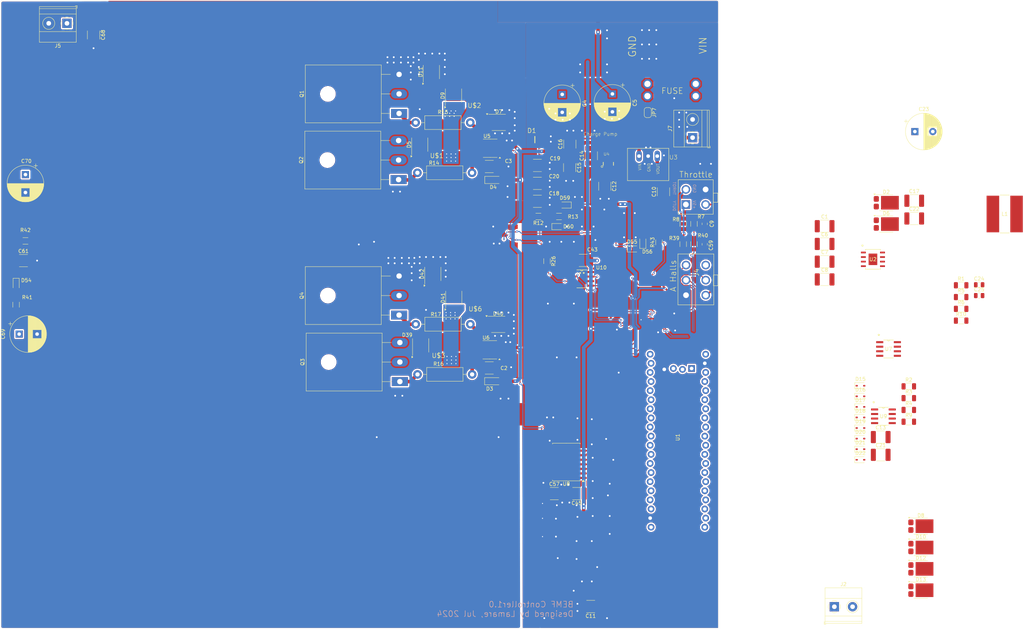
<source format=kicad_pcb>
(kicad_pcb (version 20240108) (generator "pcbnew") (generator_version "8.0")
  (layers (0 "F.Cu" signal) (31 "B.Cu" signal) (34 "B.Paste" user) (35 "F.Paste" user) (36 "B.SilkS" user "B.Silkscreen") (37 "F.SilkS" user "F.Silkscreen") (38 "B.Mask" user) (39 "F.Mask" user) (44 "Edge.Cuts" user))
  (net 0 "")
  (net 1 "V_RAW")
  (net 2 "THROTTLE")
  (net 3 "/10V")
  (net 4 "Net-(J1-Pad3)")
  (net 5 "5V")
  (net 7 "Net-(J3-1-Pad1A)")
  (net 8 "Net-(Q1-G)")
  (net 9 "Net-(Q2-G)")
  (net 10 "Net-(Q3-G)")
  (net 11 "Net-(Q4-G)")
  (net 13 "GND")
  (net 14 "/DRV_AH")
  (net 15 "/DRV_AL")
  (net 16 "3.3V")
  (net 17 "/DRV_BH")
  (net 18 "/DRV_BL")
  (net 19 "Net-(D2-K)")
  (net 20 "Net-(U4-C+)")
  (net 21 "Net-(U4-C-)")
  (net 22 "/LX")
  (net 23 "Net-(U2-BST)")
  (net 24 "unconnected-(U8-IND-Pad5)")
  (net 25 "VSENSE_IN")
  (net 26 "VSENSE")
  (net 27 "unconnected-(U8-OUTB-Pad14)")
  (net 28 "unconnected-(U8-INB-Pad3)")
  (net 29 "Net-(J7-Pin_1)")
  (net 30 "COIL_B_+")
  (net 31 "COIL_A_+")
  (net 32 "COIL_A_-")
  (net 33 "Net-(U10A-+)")
  (net 34 "Net-(U10B-+)")
  (net 36 "COIL_B_-")
  (net 37 "DUTY")
  (net 38 "Net-(J1-Pad1)")
  (net 39 "HALL_2")
  (net 40 "HALL_1")
  (net 41 "HALL_3")
  (net 42 "VSENSE_L")
  (net 43 "/Analog_IO/VSENSE_L_IN")
  (net 44 "LOAD+")
  (net 45 "Net-(D54-A)")
  (net 46 "unconnected-(U8-INC-Pad4)")
  (net 50 "Net-(D3-K)")
  (net 51 "Net-(D4-K)")
  (net 52 "/B_O")
  (net 53 "/A_O")
  (net 54 "/CTRL_A")
  (net 55 "/CTRL_B")
  (net 56 "Net-(D8-K)")
  (net 57 "Net-(D12-K)")
  (net 63 "unconnected-(U1-SWDIO-Pad42)")
  (net 78 "Net-(C25-Pad2)")
  (net 83 "HALL_4")
  (net 84 "Net-(U9A-+)")
  (net 85 "Net-(U9B-+)")
  (net 86 "Net-(U7A-+)")
  (net 87 "Net-(U7B-+)")
  (net 88 "HALL_4_IN")
  (net 89 "HALL_3_IN")
  (net 90 "HALL_1_IN")
  (net 91 "HALL_2_IN")
  (net 92 "Net-(U2-VC)")
  (net 93 "Net-(U2-RT)")
  (net 94 "/FB")
  (net 95 "ConvEn")
  (footprint "Capacitor_SMD:C_1812_4532Metric" (layer "F.Cu") (at 244.9 100)
    (property "Reference" "C3")
    (property "Value" "1uF")
  )
  (footprint "Package_TO_SOT_SMD:Nexperia_CFP15_SOT-1289" (layer "F.Cu") (at 355.65 116.06)
    (property "Reference" "D6")
    (property "Value" "PMEG100T100ELPE-QZ")
  )
  (footprint "Capacitor_SMD:C_1812_4532Metric" (layer "F.Cu") (at 267.373 93.75 90)
    (property "Reference" "C16")
    (property "Value" "1uF")
  )
  (footprint "Resistor_SMD:R_1206_3216Metric" (layer "F.Cu") (at 361.9375 161.33)
    (property "Reference" "R2")
    (property "Value" "1k")
  )
  (footprint "footprints:D8" (layer "F.Cu") (at 270.7 131.345)
    (property "Reference" "U10")
    (property "Value" "OPA2376AIDR")
  )
  (footprint "Capacitor_SMD:C_0805_2012Metric" (layer "F.Cu") (at 381.5675 136)
    (property "Reference" "C25")
    (property "Value" "6.8nF")
  )
  (footprint "Diode_SMD:D_SOD-323" (layer "F.Cu") (at 348.4525 172.96)
    (property "Reference" "D19")
    (property "Value" "1N4148WS")
  )
  (footprint "Package_TO_SOT_SMD:Nexperia_CFP15_SOT-1289" (layer "F.Cu") (at 247.4 144.05)
    (property "Reference" "D40")
    (property "Value" "PMEG100T100ELPE-QZ")
  )
  (footprint "main:DO-214AC" (layer "F.Cu") (at 258.5 92.5)
    (property "Reference" "D1")
    (property "Value" "TVS_UNIDO-214AC")
  )
  (footprint "Resistor_SMD:R_1206_3216Metric" (layer "F.Cu") (at 299 116 -90)
    (property "Reference" "R8")
    (property "Value" "47k")
  )
  (footprint "main:PAD" (layer "F.Cu") (at 234.25 149)
    (property "Reference" "U$3")
    (property "Value" "PAD")
  )
  (footprint "Capacitor_SMD:C_1812_4532Metric" (layer "F.Cu") (at 354.0975 175.48)
    (property "Reference" "C13")
    (property "Value" "1uF")
  )
  (footprint "Resistor_THT:R_Axial_DIN0411_L9.9mm_D3.6mm_P15.24mm_Horizontal" (layer "F.Cu") (at 224.35 87.75)
    (property "Reference" "R15")
    (property "Value" "10")
  )
  (footprint "Capacitor_SMD:C_1812_4532Metric" (layer "F.Cu") (at 273.2 222.75 180)
    (property "Reference" "C11")
    (property "Value" "1uF")
  )
  (footprint "Resistor_SMD:R_1206_3216Metric" (layer "F.Cu") (at 258.6 113.95 180)
    (property "Reference" "R12")
    (property "Value" "47k")
  )
  (footprint "Package_TO_SOT_THT:TO-247-3_Horizontal_TabDown" (layer "F.Cu") (at 219.96 160 90)
    (property "Reference" "Q3")
    (property "Value" "C3M0280090D")
  )
  (footprint "Capacitor_SMD:C_1812_4532Metric" (layer "F.Cu") (at 338.45 121.6)
    (property "Reference" "C6")
    (property "Value" "1uF")
  )
  (footprint "Package_TO_SOT_SMD:Nexperia_CFP15_SOT-1289" (layer "F.Cu") (at 355.65 110.105)
    (property "Reference" "D2")
    (property "Value" "PMEG100T100ELPE-QZ")
  )
  (footprint "Package_TO_SOT_SMD:Nexperia_CFP15_SOT-1289" (layer "F.Cu") (at 225.5 93.9 90)
    (property "Reference" "D5")
    (property "Value" "PMEG100T100ELPE-QZ")
  )
  (footprint "Resistor_SMD:R_1206_3216Metric" (layer "F.Cu") (at 361.9375 167.91)
    (property "Reference" "R4")
    (property "Value" "1k")
  )
  (footprint "Capacitor_SMD:C_1812_4532Metric" (layer "F.Cu") (at 258.323 104.7)
    (property "Reference" "C20")
    (property "Value" "1uF")
  )
  (footprint "Capacitor_SMD:C_1812_4532Metric" (layer "F.Cu") (at 273.373 97 90)
    (property "Reference" "C14")
    (property "Value" "1uF")
  )
  (footprint "Package_TO_SOT_THT:TO-247-3_Horizontal_TabDown" (layer "F.Cu") (at 219.74 85.2 90)
    (property "Reference" "Q1")
    (property "Value" "C3M0280090D")
  )
  (footprint "Diode_SMD:D_SOD-323" (layer "F.Cu") (at 348.4525 170.01)
    (property "Reference" "D18")
    (property "Value" "1N4148WS")
  )
  (footprint "Package_TO_SOT_SMD:Nexperia_CFP15_SOT-1289" (layer "F.Cu") (at 365.3 200.34)
    (property "Reference" "D8")
    (property "Value" "PMEG100T100ELPE-QZ")
  )
  (footprint "Resistor_SMD:R_1206_3216Metric" (layer "F.Cu") (at 112.9 138.55 -90)
    (property "Reference" "R41")
    (property "Value" "192k")
  )
  (footprint "Capacitor_THT:CP_Radial_D10.0mm_P5.00mm" (layer "F.Cu") (at 279.25 79.75 -90)
    (property "Reference" "C5")
    (property "Value" "470uF")
  )
  (footprint "main:PAD" (layer "F.Cu") (at 244.25 79.25)
    (property "Reference" "U$2")
    (property "Value" "PAD")
  )
  (footprint "Capacitor_SMD:C_1812_4532Metric" (layer "F.Cu") (at 293.5 107.05 90)
    (property "Reference" "C10")
    (property "Value" "1uF")
  )
  (footprint "Diode_SMD:D_SOD-323" (layer "F.Cu") (at 348.4525 161.16)
    (property "Reference" "D15")
    (property "Value" "1N4148WS")
  )
  (footprint "Resistor_SMD:R_1206_3216Metric" (layer "F.Cu") (at 376.5375 136.42)
    (property "Reference" "R5")
    (property "Value" "10k")
  )
  (footprint "Capacitor_THT:CP_Radial_D10.0mm_P5.00mm" (layer "F.Cu") (at 265.25 79.882323 -90)
    (property "Reference" "C4")
    (property "Value" "470uF")
  )
  (footprint "Resistor_SMD:R_1206_3216Metric" (layer "F.Cu") (at 115.5 120.75 180)
    (property "Reference" "R42")
    (property "Value" "2.2k")
  )
  (footprint "Package_TO_SOT_SMD:Nexperia_CFP15_SOT-1289" (layer "F.Cu") (at 235 136.65 90)
    (property "Reference" "D41")
    (property "Value" "PMEG100T100ELPE-QZ")
  )
  (footprint "main:IND_BOURNS_SRN1060" (layer "F.Cu") (at 388.698 113.25)
    (property "Reference" "L1")
    (property "Value" "33 uH")
  )
  (footprint "Diode_SMD:D_SOD-323" (layer "F.Cu") (at 263.977 116.75)
    (property "Reference" "D60")
    (property "Value" "1N4148WS")
  )
  (footprint "TerminalBlock_Phoenix:TerminalBlock_Phoenix_MKDS-1,5-2-5.08_1x02_P5.08mm_Horizontal" (layer "F.Cu") (at 301.623 91.95 90)
    (property "Reference" "J7")
    (property "Value" "Vin")
  )
  (footprint "Package_SO:SOIC-8_3.9x4.9mm_P1.27mm" (layer "F.Cu") (at 245.15 94.905 180)
    (property "Reference" "U5")
    (property "Value" "DGD2304")
  )
  (footprint "Package_TO_SOT_THT:TO-247-3_Horizontal_TabDown" (layer "F.Cu") (at 219.6 103.65 90)
    (property "Reference" "Q2")
    (property "Value" "C3M0280090D")
  )
  (footprint "Capacitor_SMD:C_1812_4532Metric" (layer "F.Cu") (at 363.45 114.5)
    (property "Reference" "C22")
    (property "Value" "1uF")
  )
  (footprint "Diode_SMD:D_SOD-323" (layer "F.Cu") (at 285 123)
    (property "Reference" "D55")
    (property "Value" "1N4148WS")
  )
  (footprint "Capacitor_THT:CP_Radial_D10.0mm_P5.00mm" (layer "F.Cu") (at 363.632323 90.25)
    (property "Reference" "C23")
    (property "Value" "470uF")
  )
  (footprint "Package_TO_SOT_SMD:Nexperia_CFP15_SOT-1289" (layer "F.Cu") (at 225.75 149.9 90)
    (property "Reference" "D39")
    (property "Value" "PMEG100T100ELPE-QZ")
  )
  (footprint "main:6PINVALULOK" (layer "F.Cu") (at 302.75 129.545 90)
    (property "Reference" "J4")
    (property "Value" "HEADER6")
  )
  (footprint "Package_SO:SOIC-8_3.9x4.9mm_P1.27mm" (layer "F.Cu") (at 245.05 151.135 180)
    (property "Reference" "U6")
    (property "Value" "DGD2304")
  )
  (footprint "Package_TO_SOT_SMD:Nexperia_CFP15_SOT-1289" (layer "F.Cu") (at 228.75 73.65 90)
    (property "Reference" "D11")
    (property "Value" "PMEG100T100ELPE-QZ")
  )
  (footprint "Capacitor_SMD:C_0805_2012Metric" (layer "F.Cu") (at 381.5675 132.99)
    (property "Reference" "C24")
    (property "Value" "100nF")
  )
  (footprint "Resistor_SMD:R_1206_3216Metric" (layer "F.Cu") (at 361.9375 171.2)
    (property "Reference" "R9")
    (property "Value" "1k")
  )
  (footprint "Package_TO_SOT_SMD:Nexperia_CFP15_SOT-1289" (layer "F.Cu") (at 234.9216 80.22 90)
    (property "Reference" "D9")
    (property "Value" "PMEG100T100ELPE-QZ")
  )
  (footprint "Capacitor_SMD:C_1812_4532Metric" (layer "F.Cu") (at 258.323 109.7)
    (property "Reference" "C18")
    (property "Value" "1uF")
  )
  (footprint "Resistor_SMD:R_1206_3216Metric" (layer "F.Cu") (at 302 121.65 -90)
    (property "Reference" "R40")
    (property "Value" "47k")
  )
  (footprint "Package_TO_SOT_THT:TO-247-3_Horizontal_TabDown" (layer "F.Cu") (at 219.74 141.45 90)
    (property "Reference" "Q4")
    (property "Value" "C3M0280090D")
  )
  (footprint "Capacitor_SMD:C_1812_4532Metric" (layer "F.Cu") (at 271.1138 126.19 180)
    (property "Reference" "C43")
    (property "Value" "1uF")
  )
  (footprint "Capacitor_SMD:C_1812_4532Metric" (layer "F.Cu") (at 354.0975 180.43)
    (property "Reference" "C21")
    (property "Value" "1uF")
  )
  (footprint "main:PAD" (layer "F.Cu") (at 244.5 136)
    (property "Reference" "U$6")
    (property "Value" "PAD")
  )
  (footprint "main:AUTO_FUSE" (layer "F.Cu") (at 302.5 76.95 180)
    (property "Reference" "J3" (hide yes))
    (property "Value" "FUSE" (hide yes))
  )
  (footprint "Capacitor_SMD:C_1812_4532Metric" (layer "F.Cu") (at 258.323 99.7)
    (property "Reference" "C19")
    (property "Value" "1uF")
  )
  (footprint "Package_TO_SOT_SMD:Nexperia_CFP15_SOT-1289" (layer "F.Cu") (at 229.15 129.97 90)
    (property "Reference" "D42")
    (property "Value" "PMEG100T100ELPE-QZ")
  )
  (footprint "main:V78W_BACKWARDS" (layer "F.Cu") (at 289.2219 100.9064 180)
    (property "Reference" "U3")
    (property "Value" "V_REG_78XX")
  )
  (footprint "Capacitor_SMD:C_1812_4532Metric" (layer "F.Cu") (at 134.5 63.3 -90)
    (property "Reference" "C68")
    (property "Value" "1uF")
  )
  (footprint "Capacitor_SMD:C_1812_4532Metric" (layer "F.Cu") (at 269.3 191.25 180)
    (property "Reference" "C45")
    (property "Value" "1uF")
  )
  (footprint "Diode_SMD:D_SOD-323" (layer "F.Cu") (at 112.9 132.8 -90)
    (property "Reference" "D54")
    (property "Value" "1N4148WS")
  )
  (footprint "footprints:D8" (layer "F.Cu") (at 356.2862 150.905)
    (property "Reference" "U7")
    (property "Value" "OPA2376AIDR")
  )
  (footprint "footprints:HTSOP-J8_ROM" (layer "F.Cu") (at 351.933 125.895)
    (property "Reference" "U2")
    (property "Value" "BD9G341AEFJ-E2")
  )
  (footprint "Package_SO:SOIC-16W_7.5x10.3mm_P1.27mm" (layer "F.Cu") (at 266.4 182.445 180)
    (property "Reference" "U8")
    (property "Value" "ISO7760FQDWRQ1")
  )
  (footprint "Capacitor_THT:CP_Radial_D10.0mm_P5.00mm" (layer "F.Cu") (at 113.75 146.75)
    (property "Reference" "C69")
    (property "Value" "470uF")
  )
  (footprint "Capacitor_SMD:C_1812_4532Metric" (layer "F.Cu") (at 244.9 156.2)
    (property "Reference" "C2")
    (property "Value" "1uF")
  )
  (footprint "footprints:BlackPill_STLINK" (layer "F.Cu") (at 297.53 175.523 180)
    (property "Reference" "U1")
    (property "Value" "BlackPill_STLINK")
  )
  (footprint "Capacitor_SMD:C_1812_4532Metric" (layer "F.Cu") (at 267.323 100.3 -90)
    (property "Reference" "C15")
    (property "Value" "1uF")
  )
  (footprint "Resistor_SMD:R_1206_3216Metric" (layer "F.Cu") (at 264.35 113.95 180)
    (property "Reference" "R13")
    (property "Value" "2.2k")
  )
  (footprint "Resistor_THT:R_Axial_DIN0411_L9.9mm_D3.6mm_P15.24mm_Horizontal" (layer "F.Cu") (at 224.38 144)
    (property "Reference" "R17")
    (property "Value" "10")
  )
  (footprint "Capacitor_SMD:C_1812_4532Metric" (layer "F.Cu") (at 338.45 126.55)
    (property "Reference" "C7")
    (property "Value" "1uF")
  )
  (footprint "Resistor_THT:R_Axial_DIN0411_L9.9mm_D3.6mm_P15.24mm_Horizontal" (layer "F.Cu") (at 224.88 158)
    (property "Reference" "R16")
    (property "Value" "10")
  )
  (footprint "main:SOT23-6" (layer "F.Cu") (at 278.123 99.25)
    (property "Reference" "U4")
    (property "Value" "TC1240A")
  )
  (footprint "main:PAD" (layer "F.Cu") (at 289.5 65.95 -90)
    (property "Reference" "U$5" (hide yes))
    (property "Value" "PAD" (hide yes))
  )
  (footprint "Capacitor_SMD:C_1812_4532Metric" (layer "F.Cu") (at 338.45 131.5)
    (property "Reference" "C8")
    (property "Value" "1uF")
  )
  (footprint "TerminalBlock_Phoenix:TerminalBlock_Phoenix_MKDS-1,5-2-5.08_1x02_P5.08mm_Horizontal" (layer "F.Cu") (at 127.08 60.055 180)
    (property "Reference" "J5")
    (property "Value" "Load")
  )
  (footprint "Package_TO_SOT_SMD:Nexperia_CFP15_SOT-1289" (layer "F.Cu") (at 247.55 87.7)
    (property "Reference" "D7")
    (property "Value" "PMEG100T100ELPE-QZ")
  )
  (footprint "TerminalBlock_Phoenix:TerminalBlock_Phoenix_MKDS-1,5-2-5.08_1x02_P5.08mm_Horizontal" (layer "F.Cu") (at 341.17 222.805)
    (property "Reference" "J2")
    (property "Value" "Recovery")
  )
  (footprint "main:4PINVALULOK" (layer "F.Cu") (at 305.25 110.6 90)
    (property "Reference" "J1" (hide yes))
    (property "Value" "HEADER4VALULOK" (hide yes))
  )
  (footprint "Package_TO_SOT_SMD:Nexperia_CFP15_SOT-1289" (layer "F.Cu") (at 365.3 218.205)
    (property "Reference" "D13")
    (property "Value" "PMEG100T100ELPE-QZ")
  )
  (footprint "Capacitor_SMD:C_1812_4532Metric" (layer "F.Cu") (at 277.123 105.5 -90)
    (property "Reference" "C12")
    (property "Value" "1uF")
  )
  (footprint "Capacitor_SMD:C_1812_4532Metric" (layer "F.Cu") (at 263.05 191.25)
    (property "Reference" "C57")
    (property "Value" "1uF")
  )
  (footprint "Diode_SMD:D_SOD-123" (layer "F.Cu") (at 245.951 159.9)
    (property "Reference" "D3")
    (property "Value" "SMD-DIODE-100V-200MA(SOD-123)")
  )
  (footprint "Resistor_THT:R_Axial_DIN0411_L9.9mm_D3.6mm_P15.24mm_Horizontal" (layer "F.Cu") (at 224.85 101.75)
    (property "Reference" "R14")
    (property "Value" "10")
  )
  (footprint "Diode_SMD:D_SOD-323" (layer "F.Cu") (at 266.177 110.75 180)
    (property "Reference" "D59")
    (property "Value" "1N4148WS")
  )
  (footprint "Resistor_SMD:R_1206_3216Metric" (layer "F.Cu") (at 376.5375 133.13)
    (property "Reference" "R1")
    (property "Value" "47k")
  )
  (footprint "Jumper:SolderJumper-2_P1.3mm_Open_RoundedPad1.0x1.5mm" (layer "F.Cu") (at 289.123 84.95 -90)
    (property "Reference" "JP7")
    (property "Value" "Jumper")
  )
  (footprint "Resistor_SMD:R_1206_3216Metric" (layer "F.Cu") (at 361.9375 164.62)
    (property "Reference" "R3")
    (property "Value" "1k")
  )
  (footprint "Package_TO_SOT_SMD:Nexperia_CFP15_SOT-1289" (layer "F.Cu") (at 365.3 212.25)
    (property "Reference" "D12")
    (property "Value" "PMEG100T100ELPE-QZ")
  )
  (footprint "Diode_SMD:D_SOD-323" (layer "F.Cu") (at 348.4525 175.91)
    (property "Reference" "D20")
    (property "Value" "1N4148WS")
  )
  (footprint "Resistor_SMD:R_1206_3216Metric" (layer "F.Cu") (at 292.25 121.15 90)
    (property "Reference" "R43")
    (property "Value" "1k")
  )
  (footprint "main:PAD" (layer "F.Cu") (at 300.5 65.95 90)
    (property "Reference" "U$4" (hide yes))
    (property "Value" "PAD" (hide yes))
  )
  (footprint "Resistor_SMD:R_1206_3216Metric" (layer "F.Cu") (at 299 121.65 -90)
    (property "Reference" "R39")
    (property "Value" "47k")
  )
  (footprint "Diode_SMD:D_SOD-323" (layer "F.Cu") (at 348.4525 178.86)
    (property "Reference" "D21")
    (property "Value" "1N4148WS")
  )
  (footprint "Diode_SMD:D_SOD-123" (layer "F.Cu") (at 246.001 103.75)
    (property "Reference" "D4")
    (property "Value" "SMD-DIODE-100V-200MA(SOD-123)")
  )
  (footprint "Capacitor_SMD:C_1812_4532Metric" (layer "F.Cu") (at 114.95 126.25)
    (property "Reference" "C61")
    (property "Value" "1uF")
  )
  (footprint "Resistor_SMD:R_1206_3216Metric" (layer "F.Cu") (at 302 116 -90)
    (property "Reference" "R7")
    (property "Value" "47k")
  )
  (footprint "main:PAD" (layer "F.Cu") (at 234 92.75)
    (property "Reference" "U$1")
    (property "Value" "COIL_A+")
  )
  (footprint "Resistor_SMD:R_1206_3216Metric" (layer "F.Cu") (at 261 126.4 -90)
    (property "Reference" "R26")
    (property "Value" "1k")
  )
  (footprint "Diode_SMD:D_SOD-323" (layer "F.Cu") (at 287.75 121.25 90)
    (property "Reference" "D56")
    (property "Value" "1N4148WS")
  )
  (footprint "Resistor_SMD:R_1206_3216Metric" (layer "F.Cu") (at 376.5375 139.71)
    (property "Reference" "R6")
    (property "Value" "20k")
  )
  (footprint "Capacitor_SMD:C_1812_4532Metric" (layer "F.Cu") (at 363.45 109.55)
    (property "Reference" "C17")
    (property "Value" "1uF")
  )
  (footprint "Diode_SMD:D_SOD-323" (layer "F.Cu") (at 348.4525 167.06)
    (property "Reference" "D17")
    (property "Value" "1N4148WS")
  )
  (footprint "Resistor_SMD:R_1206_3216Metric" (layer "F.Cu") (at 376.5375 143)
    (property "Reference" "R10")
    (property "Value" "910")
  )
  (footprint "Capacitor_SMD:C_1812_4532Metric" (layer "F.Cu") (at 338.45 116.65)
    (property "Reference" "C1")
    (property "Value" "1uF")
  )
  (footprint "Capacitor_SMD:C_0805_2012Metric" (layer "F.Cu") (at 305 116 90)
    (property "Reference" "C9")
    (property "Value" "22nF")
  )
  (footprint "Diode_SMD:D_SOD-323" (layer "F.Cu") (at 348.4525 164.11)
    (property "Reference" "D16")
    (property "Value" "1N4148WS")
  )
  (footprint "Package_TO_SOT_SMD:Nexperia_CFP15_SOT-1289" (layer "F.Cu") (at 365.3 206.295)
    (property "Reference" "D10")
    (property "Value" "PMEG100T100ELPE-QZ")
  )
  (footprint "Capacitor_SMD:C_0805_2012Metric" (layer "F.Cu") (at 305 121.7 90)
    (property "Reference" "C59")
    (property "Value" "22nF")
  )
  (footprint "Diode_SMD:D_SOD-323" (layer "F.Cu") (at 348.4525 181.81)
    (property "Reference" "D22")
    (property "Value" "1N4148WS")
  )
  (footprint "Capacitor_THT:CP_Radial_D10.0mm_P5.00mm" (layer "F.Cu") (at 115.5 102.25 -90)
    (property "Reference" "C70")
    (property "Value" "470uF")
  )
  (footprint "footprints:D8" (layer "F.Cu") (at 354.8571 169.6813)
    (property "Reference" "U9")
    (property "Value" "OPA2376AIDR")
  )
  (gr_rect (start 108.75 53.75) (end 308.75 228.75) (stroke (width 0.05)) (fill none) (layer "Edge.Cuts"))
  (gr_text "DUTY" (at 297 112.5 270) (layer "B.SilkS") (effects (font (size 0.8 0.8) (thickness 0.08)) (justify left top mirror)))
  (gr_text "GND" (at 302.6 107.424453 270) (layer "B.SilkS") (effects (font (size 0.8 0.8) (thickness 0.08)) (justify left top mirror)))
  (gr_text "THROT" (at 297 108 270) (layer "B.SilkS") (effects (font (size 0.8 0.8) (thickness 0.08)) (justify left top mirror)))
  (gr_text "+5V" (at 302.6 111.924454 270) (layer "B.SilkS") (effects (font (size 0.8 0.8) (thickness 0.08)) (justify left top mirror)))
  (gr_text "BEMF Controller1.0\nDesigned by Lamare, Jul 2024\n" (at 268.5 225.75 0) (layer "B.SilkS") (effects (font (size 1.63576 1.63576) (thickness 0.14224)) (justify left bottom mirror)))
  (gr_text "FUSE" (at 292.8 79.85 0) (layer "F.SilkS") (effects (font (size 1.63576 1.63576) (thickness 0.14224)) (justify left bottom)))
  (gr_text "Charge Pump" (at 271.123 91.5 0) (layer "F.SilkS") (effects (font (size 0.93472 0.93472) (thickness 0.08128)) (justify left bottom)))
  (gr_text "Throttle" (at 297.8 103.2 0) (layer "F.SilkS") (effects (font (size 1.63576 1.63576) (thickness 0.14224)) (justify left bottom)))
  (gr_text "VIN" (at 305.7 68.75 90) (layer "F.SilkS") (effects (font (size 2.009648 2.009648) (thickness 0.174752)) (justify left bottom)))
  (gr_text "GND" (at 286 69.65 90) (layer "F.SilkS") (effects (font (size 2.009648 2.009648) (thickness 0.174752)) (justify left bottom)))
  (gr_text "A Halls" (at 295.25 130.5 90) (layer "F.SilkS") (effects (font (size 1.63576 1.63576) (thickness 0.14224)) (justify top)))
  (segment (start 288.6896 141.8) (end 289.697601 141.8) (width 0.25) (layer "F.Cu") (net 0))
  (segment (start 281.27 153.2164) (end 282.2364 152.25) (width 0.25) (layer "F.Cu") (net 0))
  (segment (start 282.54 154.5324) (end 282.54 153.9276) (width 0.3) (layer "F.Cu") (net 0))
  (segment (start 285.5 152.25) (end 286.75 151) (width 0.25) (layer "F.Cu") (net 0))
  (segment (start 283.81 149.7112) (end 283.81 149) (width 0.3) (layer "F.Cu") (net 0))
  (segment (start 280 153.9276) (end 281.27 153.9276) (width 0.25) (layer "F.Cu") (net 0))
  (segment (start 281.3224 155.75) (end 282.54 154.5324) (width 0.3) (layer "F.Cu") (net 0))
  (segment (start 281.27 153.9276) (end 281.27 153.2164) (width 0.25) (layer "F.Cu") (net 0))
  (segment (start 286.75 151) (end 286.75 146.056198) (width 0.25) (layer "F.Cu") (net 0))
  (segment (start 289.697601 141.8) (end 289.75 141.747601) (width 0.25) (layer "F.Cu") (net 0))
  (segment (start 290 140.5) (end 288.6896 140.5) (width 0.25) (layer "F.Cu") (net 0))
  (segment (start 282.2364 152.25) (end 285.5 152.25) (width 0.25) (layer "F.Cu") (net 0))
  (segment (start 278 155.75) (end 281.3224 155.75) (width 0.3) (layer "F.Cu") (net 0))
  (via (at 290 140.5) (size 0.6) (drill 0.3) (layers "F.Cu" "B.Cu") (net 0))
  (via (at 289.75 141.747601) (size 0.6) (drill 0.3) (layers "F.Cu" "B.Cu") (net 0))
  (segment (start 289.75 141.747601) (end 290.2974 142.295001) (width 0.25) (layer "B.Cu") (net 0))
  (segment (start 275.25 62.5) (end 275.25 57.75) (width 1) (layer "F.Cu") (net 1))
  (segment (start 275.25 57.75) (end 274.25 56.75) (width 1) (layer "F.Cu") (net 1))
  (segment (start 289.123 80.443) (end 289.03 80.35) (width 1) (layer "F.Cu") (net 1))
  (segment (start 289.123 84.3) (end 289.123 80.443) (width 1) (layer "F.Cu") (net 1))
  (via (at 275.25 62.5) (size 0.8) (drill 0.5) (layers "F.Cu" "B.Cu") (net 1))
  (via (at 234.1 142.5) (size 0.6) (drill 0.3) (layers "F.Cu" "B.Cu") (net 1))
  (via (at 232.85 140.75) (size 0.6) (drill 0.3) (layers "F.Cu" "B.Cu") (net 1))
  (via (at 234.25 97.5) (size 0.6) (drill 0.3) (layers "F.Cu" "B.Cu") (net 1))
  (via (at 234.25 98.5) (size 0.6) (drill 0.3) (layers "F.Cu" "B.Cu") (net 1))
  (via (at 235.35 141.5) (size 0.6) (drill 0.3) (layers "F.Cu" "B.Cu") (net 1))
  (via (at 235.0994 85.16) (size 0.6) (drill 0.3) (layers "F.Cu" "B.Cu") (net 1))
  (via (at 233 84.5) (size 0.6) (drill 0.3) (layers "F.Cu" "B.Cu") (net 1))
  (via (at 234.1 141.5) (size 0.6) (drill 0.3) (layers "F.Cu" "B.Cu") (net 1))
  (via (at 234.1 140.75) (size 0.6) (drill 0.3) (layers "F.Cu" "B.Cu") (net 1))
  (via (at 233.1 155) (size 0.6) (drill 0.3) (layers "F.Cu" "B.Cu") (net 1))
  (via (at 233 96.5) (size 0.6) (drill 0.3) (layers "F.Cu" "B.Cu") (net 1))
  (via (at 233 97.5) (size 0.6) (drill 0.3) (layers "F.Cu" "B.Cu") (net 1))
  (via (at 233.8494 86) (size 0.6) (drill 0.3) (layers "F.Cu" "B.Cu") (net 1))
  (via (at 232.85 141.5) (size 0.6) (drill 0.3) (layers "F.Cu" "B.Cu") (net 1))
  (via (at 235.0994 86) (size 0.6) (drill 0.3) (layers "F.Cu" "B.Cu") (net 1))
  (via (at 233.1 154) (size 0.6) (drill 0.3) (layers "F.Cu" "B.Cu") (net 1))
  (via (at 233.1 153) (size 0.6) (drill 0.3) (layers "F.Cu" "B.Cu") (net 1))
  (via (at 233.8494 85.16) (size 0.6) (drill 0.3) (layers "F.Cu" "B.Cu") (net 1))
  (via (at 235.5 98.5) (size 0.6) (drill 0.3) (layers "F.Cu" "B.Cu") (net 1))
  (via (at 234.25 84.5) (size 0.6) (drill 0.3) (layers "F.Cu" "B.Cu") (net 1))
  (via (at 234.35 154) (size 0.6) (drill 0.3) (layers "F.Cu" "B.Cu") (net 1))
  (via (at 235.35 140.75) (size 0.6) (drill 0.3) (layers "F.Cu" "B.Cu") (net 1))
  (via (at 235.5 97.5) (size 0.6) (drill 0.3) (layers "F.Cu" "B.Cu") (net 1))
  (via (at 234.35 155) (size 0.6) (drill 0.3) (layers "F.Cu" "B.Cu") (net 1))
  (via (at 235.35 142.5) (size 0.6) (drill 0.3) (layers "F.Cu" "B.Cu") (net 1))
  (via (at 233 98.5) (size 0.6) (drill 0.3) (layers "F.Cu" "B.Cu") (net 1))
  (via (at 234.25 96.5) (size 0.6) (drill 0.3) (layers "F.Cu" "B.Cu") (net 1))
  (via (at 235.6 155) (size 0.6) (drill 0.3) (layers "F.Cu" "B.Cu") (net 1))
  (via (at 235.5 84.5) (size 0.6) (drill 0.3) (layers "F.Cu" "B.Cu") (net 1))
  (via (at 232.85 142.5) (size 0.6) (drill 0.3) (layers "F.Cu" "B.Cu") (net 1))
  (via (at 235.6 154) (size 0.6) (drill 0.3) (layers "F.Cu" "B.Cu") (net 1))
  (via (at 235.5 96.5) (size 0.6) (drill 0.3) (layers "F.Cu" "B.Cu") (net 1))
  (via (at 232.5994 85.16) (size 0.6) (drill 0.3) (layers "F.Cu" "B.Cu") (net 1))
  (via (at 232.5994 86) (size 0.6) (drill 0.3) (layers "F.Cu" "B.Cu") (net 1))
  (via (at 235.6 153) (size 0.6) (drill 0.3) (layers "F.Cu" "B.Cu") (net 1))
  (via (at 234.35 153) (size 0.6) (drill 0.3) (layers "F.Cu" "B.Cu") (net 1))
  (segment (start 275.25 62.5) (end 275.25 75.827) (width 1) (layer "B.Cu") (net 1))
  (segment (start 275.25 75.827) (end 279.123 79.7) (width 1) (layer "B.Cu") (net 1))
  (segment (start 302 117.4) (end 299 117.4) (width 0.3) (layer "F.Cu") (net 2))
  (segment (start 288.5396 144.55) (end 288.6896 144.4) (width 0.25) (layer "F.Cu") (net 2))
  (segment (start 290.690636 144.4) (end 288.6896 144.4) (width 0.25) (layer "F.Cu") (net 2))
  (segment (start 291.040636 144.75) (end 290.690636 144.4) (width 0.25) (layer "F.Cu") (net 2))
  (segment (start 302.45 116.95) (end 302 117.4) (width 0.3) (layer "F.Cu") (net 2))
  (segment (start 305 116.95) (end 302.45 116.95) (width 0.3) (layer "F.Cu") (net 2))
  (segment (start 292.93092 144.75) (end 291.040636 144.75) (width 0.25) (layer "F.Cu") (net 2))
  (segment (start 293.715515 145.534595) (end 292.93092 144.75) (width 0.25) (layer "F.Cu") (net 2))
  (segment (start 302 118.75) (end 302 117.4) (width 0.25) (layer "F.Cu") (net 2))
  (segment (start 293.715515 145.782082) (end 293.715515 145.534595) (width 0.25) (layer "F.Cu") (net 2))
  (via (at 302 118.75) (size 0.6) (drill 0.3) (layers "F.Cu" "B.Cu") (net 2))
  (via (at 293.715515 145.782082) (size 0.6) (drill 0.3) (layers "F.Cu" "B.Cu") (net 2))
  (segment (start 293.715515 145.782082) (end 295.531833 147.5984) (width 0.25) (layer "B.Cu") (net 2))
  (segment (start 295.531833 147.5984) (end 300.418461 147.5984) (width 0.25) (layer "B.Cu") (net 2))
  (segment (start 302 146.016861) (end 302 118.75) (width 0.25) (layer "B.Cu") (net 2))
  (segment (start 247.652 103.75) (end 253.5 103.75) (width 1) (layer "F.Cu") (net 3))
  (segment (start 267.323 95.75) (end 267.373 95.8) (width 1) (layer "F.Cu") (net 3))
  (segment (start 252.15 159.9) (end 247.602 159.9) (width 1) (layer "F.Cu") (net 3))
  (segment (start 267.373 98.2) (end 267.323 98.25) (width 1) (layer "F.Cu") (net 3))
  (segment (start 252.725 95.025) (end 251.97 94.27) (width 1) (layer "F.Cu") (net 3))
  (segment (start 247.602 159.9) (end 247.6044 159.9024) (width 1) (layer "F.Cu") (net 3))
  (segment (start 267.373 95.8) (end 267.373 98.2) (width 1) (layer "F.Cu") (net 3))
  (segment (start 259.5 95.75) (end 267.323 95.75) (width 1) (layer "F.Cu") (net 3))
  (segment (start 275.873 92.2) (end 278.123 94.45) (width 0.5) (layer "F.Cu") (net 3))
  (segment (start 267.373 95.8) (end 270.973 92.2) (width 0.5) (layer "F.Cu") (net 3))
  (segment (start 251.97 94.27) (end 247.85 94.27) (width 1) (layer "F.Cu") (net 3))
  (segment (start 278.123 94.45) (end 278.123 97.85) (width 0.5) (layer "F.Cu") (net 3))
  (segment (start 270.973 92.2) (end 275.873 92.2) (width 0.5) (layer "F.Cu") (net 3))
  (segment (start 253.25 150.5) (end 247.75 150.5) (width 1) (layer "F.Cu") (net 3))
  (via (at 253.25 150.5) (size 0.6) (drill 0.3) (layers "F.Cu" "B.Cu") (net 3))
  (via (at 253.5 103.75) (size 0.8) (drill 0.5) (layers "F.Cu" "B.Cu") (net 3))
  (via (at 252.725 95.025) (size 0.8) (drill 0.5) (layers "F.Cu" "B.Cu") (net 3))
  (via (at 259.5 95.75) (size 0.6) (drill 0.3) (layers "F.Cu" "B.Cu") (net 3))
  (via (at 252.15 159.9) (size 0.6) (drill 0.3) (layers "F.Cu" "B.Cu") (net 3))
  (segment (start 259.45 95.8) (end 259.5 95.75) (width 1) (layer "B.Cu") (net 3))
  (segment (start 253.25 150.5) (end 253.5 150.75) (width 1) (layer "B.Cu") (net 3))
  (segment (start 253.5 150.25) (end 253.5 124.25) (width 1) (layer "B.Cu") (net 3))
  (segment (start 253.5 159) (end 252.6 159.9) (width 1) (layer "B.Cu") (net 3))
  (segment (start 251.5 122.25) (end 251.5 116.5) (width 1) (layer "B.Cu") (net 3))
  (segment (start 252.725 95.025) (end 253.5 95.8) (width 1) (layer "B.Cu") (net 3))
  (segment (start 252.6 159.9) (end 252.15 159.9) (width 1) (layer "B.Cu") (net 3))
  (segment (start 253.5 95.8) (end 259.45 95.8) (width 1) (layer "B.Cu") (net 3))
  (segment (start 253.5 150.75) (end 253.5 159) (width 1) (layer "B.Cu") (net 3))
  (segment (start 253.5 124.25) (end 251.5 122.25) (width 1) (layer "B.Cu") (net 3))
  (segment (start 253.25 150.5) (end 253.5 150.25) (width 1) (layer "B.Cu") (net 3))
  (segment (start 253.5 95.8) (end 253.5 103.75) (width 1) (layer "B.Cu") (net 3))
  (segment (start 251.5 116.5) (end 253.5 114.5) (width 1) (layer "B.Cu") (net 3))
  (segment (start 253.5 114.5) (end 253.5 103.75) (width 1) (layer "B.Cu") (net 3))
  (segment (start 298.3976 113.9976) (end 299 114.6) (width 0.5) (layer "F.Cu") (net 4))
  (segment (start 298.3976 112.75) (end 298.3976 113.9976) (width 0.5) (layer "F.Cu") (net 4))
  (via (at 298.3976 112.75) (size 0.6) (drill 0.3) (layers "F.Cu" "B.Cu") (net 4))
  (segment (start 298.3976 112.75) (end 298.1476 112.5) (width 0.5) (layer "B.Cu") (net 4))
  (segment (start 298.1476 108.0024) (end 299.75 106.4) (width 0.5) (layer "B.Cu") (net 4))
  (segment (start 298.1476 112.5) (end 298.1476 108.0024) (width 0.5) (layer "B.Cu") (net 4))
  (segment (start 308 110.6) (end 304.6 110.6) (width 0.5) (layer "F.Cu") (net 5))
  (segment (start 281.5 110.5) (end 267.477 110.5) (width 0.3) (layer "F.Cu") (net 5))
  (segment (start 276.55 153.5) (end 276.55 156.6048) (width 0.3) (layer "F.Cu") (net 5))
  (segment (start 282.75 110.5) (end 273.5 110.5) (width 1) (layer "F.Cu") (net 5))
  (segment (start 291.6238 103.4) (end 277.173 103.4) (width 1) (layer "F.Cu") (net 5))
  (segment (start 308 102.75) (end 308 110.6) (width 0.5) (layer "F.Cu") (net 5))
  (segment (start 291.7619 103.2619) (end 293.5 105) (width 1) (layer "F.Cu") (net 5))
  (segment (start 291.7619 103.2619) (end 291.6238 103.4) (width 1) (layer "F.Cu") (net 5))
  (segment (start 308 110.6) (end 308 133.5) (width 0.5) (layer "F.Cu") (net 5))
  (segment (start 276.8 153.75) (end 278.3028 153.75) (width 0.3) (layer "F.Cu") (net 5))
  (segment (start 275.53 222.47) (end 275.25 222.75) (width 1) (layer "F.Cu") (net 5))
  (segment (start 261 191.25) (end 261 208.5) (width 0.5) (layer "F.Cu") (net 5))
  (segment (start 278.3028 153.75) (end 279.5528 152.5) (width 0.3) (layer "F.Cu") (net 5))
  (segment (start 261 208.5) (end 275.25 222.75) (width 0.5) (layer "F.Cu") (net 5))
  (segment (start 276.55 156.6048) (end 276.5 156.6548) (width 0.3) (layer "F.Cu") (net 5))
  (segment (start 283.95 122.25) (end 283.95 123) (width 0.5) (layer "F.Cu") (net 5))
  (segment (start 293.5 105) (end 295.75 102.75) (width 0.5) (layer "F.Cu") (net 5))
  (segment (start 276.5 156.6548) (end 276.5 158) (width 0.3) (layer "F.Cu") (net 5))
  (segment (start 282.15 135.5) (end 281.75 135.1) (width 0.3) (layer "F.Cu") (net 5))
  (segment (start 273.45 110.45) (end 273.45 104.3) (width 1) (layer "F.Cu") (net 5))
  (segment (start 273.5 110.5) (end 273.45 110.45) (width 1) (layer "F.Cu") (net 5))
  (segment (start 261.75 186.89) (end 261.75 190.5) (width 0.5) (layer "F.Cu") (net 5))
  (segment (start 291.7619 97.0964) (end 291.7619 103.2619) (width 1) (layer "F.Cu") (net 5))
  (segment (start 273.45 104.3) (end 274.3 103.45) (width 1) (layer "F.Cu") (net 5))
  (segment (start 295.75 102.75) (end 308 102.75) (width 0.5) (layer "F.Cu") (net 5))
  (segment (start 308 133.5) (end 305.25 136.25) (width 0.5) (layer "F.Cu") (net 5))
  (segment (start 283.75 135.5) (end 282.15 135.5) (width 0.3) (layer "F.Cu") (net 5))
  (segment (start 261.75 190.5) (end 261 191.25) (width 0.5) (layer "F.Cu") (net 5))
  (segment (start 267.477 110.5) (end 267.227 110.75) (width 0.3) (layer "F.Cu") (net 5))
  (segment (start 283.0528 150.75) (end 285.75 150.75) (width 0.3) (layer "F.Cu") (net 5))
  (segment (start 292.6 105) (end 293.5 105) (width 0.5) (layer "F.Cu") (net 5))
  (segment (start 279.5528 152.5) (end 281.3028 152.5) (width 0.3) (layer "F.Cu") (net 5))
  (segment (start 285 136.75) (end 283.75 135.5) (width 0.3) (layer "F.Cu") (net 5))
  (segment (start 274.3 103.45) (end 277.123 103.45) (width 1) (layer "F.Cu") (net 5))
  (segment (start 277.173 100.65) (end 277.173 103.4) (width 0.5) (layer "F.Cu") (net 5))
  (segment (start 276.55 153.5) (end 276.8 153.75) (width 0.3) (layer "F.Cu") (net 5))
  (segment (start 277.173 103.4) (end 277.123 103.45) (width 1) (layer "F.Cu") (net 5))
  (segment (start 281.3028 152.5) (end 283.0528 150.75) (width 0.3) (layer "F.Cu") (net 5))
  (via (at 285.75 150.75) (size 0.6) (drill 0.3) (layers "F.Cu" "B.Cu") (net 5))
  (via (at 285 136.75) (size 0.6) (drill 0.3) (layers "F.Cu" "B.Cu") (net 5))
  (via (at 283.95 122.25) (size 0.6) (drill 0.3) (layers "F.Cu" "B.Cu") (net 5))
  (via (at 281.5 110.5) (size 0.8) (drill 0.5) (layers "F.Cu" "B.Cu") (net 5))
  (via (at 282.75 110.5) (size 0.8) (drill 0.5) (layers "F.Cu" "B.Cu") (net 5))
  (segment (start 282.75 110.5) (end 281.5 110.5) (width 1) (layer "B.Cu") (net 5))
  (segment (start 285.75 129.855503) (end 284 128.105503) (width 1) (layer "B.Cu") (net 5))
  (segment (start 285 136.75) (end 285.75 136) (width 1) (layer "B.Cu") (net 5))
  (segment (start 285 144.403103) (end 285.75 145.153103) (width 1) (layer "B.Cu") (net 5))
  (segment (start 285.75 150.75) (end 285.75 152.4) (width 1) (layer "B.Cu") (net 5))
  (segment (start 281.5 110.5) (end 284 110.5) (width 1) (layer "B.Cu") (net 5))
  (segment (start 284 122.3) (end 283.95 122.25) (width 1) (layer "B.Cu") (net 5))
  (segment (start 284 110.5) (end 284 122.2) (width 1) (layer "B.Cu") (net 5))
  (segment (start 284 128.105503) (end 284 122.3) (width 1) (layer "B.Cu") (net 5))
  (segment (start 285.75 145.153103) (end 285.75 150.75) (width 1) (layer "B.Cu") (net 5))
  (segment (start 285.75 136) (end 285.75 129.855503) (width 1) (layer "B.Cu") (net 5))
  (segment (start 285 136.75) (end 285 144.403103) (width 1) (layer "B.Cu") (net 5))
  (segment (start 284 122.2) (end 283.95 122.25) (width 1) (layer "B.Cu") (net 5))
  (segment (start 224.38 87.75) (end 222.29 87.75) (width 1) (layer "F.Cu") (net 8))
  (segment (start 222.29 87.75) (end 219.74 85.2) (width 1) (layer "F.Cu") (net 8))
  (segment (start 219.96 103.75) (end 222.88 103.75) (width 1) (layer "F.Cu") (net 9))
  (segment (start 222.88 103.75) (end 224.88 101.75) (width 1) (layer "F.Cu") (net 9))
  (segment (start 219.96 160) (end 222.88 160) (width 1) (layer "F.Cu") (net 10))
  (segment (start 222.88 160) (end 224.88 158) (width 1) (layer "F.Cu") (net 10))
  (segment (start 224.38 144) (end 222.29 144) (width 1) (layer "F.Cu") (net 11))
  (segment (start 222.29 144) (end 219.74 141.45) (width 1) (layer "F.Cu") (net 11))
  (segment (start 287.25 142.75) (end 287.6 143.1) (width 0.25) (layer "F.Cu") (net 13))
  (segment (start 260.823 104.3) (end 260.473 103.95) (width 0.4064) (layer "F.Cu") (net 13))
  (segment (start 280.5 145.5) (end 280.5 141.8) (width 0.5) (layer "F.Cu") (net 13))
  (segment (start 289.5 63.95) (end 287.5 61.95) (width 0.5) (layer "F.Cu") (net 13))
  (segment (start 270.7362 135.75) (end 270.75 135.75) (width 0.5) (layer "F.Cu") (net 13))
  (segment (start 281.209056 141.8) (end 283 141.8) (width 0.5) (layer "F.Cu") (net 13))
  (segment (start 116.9 120.75) (end 116.9 126.15) (width 0.5) (layer "F.Cu") (net 13))
  (segment (start 281 157.5) (end 282.11184 157.5) (width 0.25) (layer "F.Cu") (net 13))
  (segment (start 116.9 126.15) (end 117 126.25) (width 0.5) (layer "F.Cu") (net 13))
  (segment (start 287.6 143.1) (end 288.6896 143.1) (width 0.25) (layer "F.Cu") (net 13))
  (segment (start 268.2362 133.25) (end 270.7362 135.75) (width 0.5) (layer "F.Cu") (net 13))
  (segment (start 280.5 141.8) (end 281.209056 141.8) (width 0.5) (layer "F.Cu") (net 13))
  (segment (start 282.11184 157.5) (end 283.81 155.80184) (width 0.25) (layer "F.Cu") (net 13))
  (segment (start 283.81 155.80184) (end 283.81 153.9276) (width 0.25) (layer "F.Cu") (net 13))
  (segment (start 134.5 67) (end 134.5 65.35) (width 1) (layer "F.Cu") (net 13))
  (segment (start 118.75 126.25) (end 117 126.25) (width 0.5) (layer "F.Cu") (net 13))
  (segment (start 289.5 65.95) (end 289.5 63.95) (width 0.5) (layer "F.Cu") (net 13))
  (segment (start 270.75 135.75) (end 270.25 135.25) (width 0.5) (layer "F.Cu") (net 13))
  (via (at 263.75 194.5) (size 0.8) (drill 0.5) (layers "F.Cu" "B.Cu") (net 13))
  (via (at 246.5 147.25) (size 0.8) (drill 0.5) (layers "F.Cu" "B.Cu") (net 13))
  (via (at 273.5 204.5) (size 0.8) (drill 0.5) (layers "F.Cu" "B.Cu") (net 13))
  (via (at 270.75 116.75) (size 0.8) (drill 0.5) (layers "F.Cu" "B.Cu") (net 13))
  (via (at 222.25 69.5) (size 0.8) (drill 0.5) (layers "F.Cu" "B.Cu") (net 13))
  (via (at 296.5 80.95) (size 0.8) (drill 0.5) (layers "F.Cu" "B.Cu") (net 13))
  (via (at 252 84.75) (size 0.8) (drill 0.5) (layers "F.Cu" "B.Cu") (net 13))
  (via (at 273.75 187.75) (size 0.8) (drill 0.5) (layers "F.Cu" "B.Cu") (net 13))
  (via (at 289.5 61.95) (size 0.8) (drill 0.5) (layers "F.Cu" "B.Cu") (net 13))
  (via (at 231.25 125.25) (size 0.8) (drill 0.5) (layers "F.Cu" "B.Cu") (net 13))
  (via (at 273.75 181.25) (size 0.8) (drill 0.5) (layers "F.Cu" "B.Cu") (net 13))
  (via (at 277.75 71.5) (size 0.8) (drill 0.5) (layers "F.Cu" "B.Cu") (net 13))
  (via (at 225.25 68.5) (size 0.8) (drill 0.5) (layers "F.Cu" "B.Cu") (net 13))
  (via (at 297.873 88.95) (size 0.8) (drill 0.5) (layers "F.Cu" "B.Cu") (net 13))
  (via (at 267 188.75) (size 0.8) (drill 0.5) (layers "F.Cu" "B.Cu") (net 13))
  (via (at 281.123 86.7) (size 0.8) (drill 0.5) (layers "F.Cu" "B.Cu") (net 13))
  (via (at 269.5 222) (size 0.8) (drill 0.5) (layers "F.Cu" "B.Cu") (net 13))
  (via (at 223 72) (size 0.8) (drill 0.5) (layers "F.Cu" "B.Cu") (net 13))
  (via (at 252 88.5) (size 0.8) (drill 0.5) (layers "F.Cu" "B.Cu") (net 13))
  (via (at 216.75 125.5) (size 0.8) (drill 0.5) (layers "F.Cu" "B.Cu") (net 13))
  (via (at 268.5 138.25) (size 0.8) (drill 0.5) (layers "F.Cu" "B.Cu") (net 13))
  (via (at 220 107) (size 0.8) (drill 0.5) (layers "F.Cu" "B.Cu") (net 13))
  (via (at 287.5 65.95) (size 0.8) (drill 0.5) (layers "F.Cu" "B.Cu") (net 13))
  (via (at 261 170) (size 0.8) (drill 0.5) (layers "F.Cu" "B.Cu") (net 13))
  (via (at 220.5 127) (size 0.8) (drill 0.5) (layers "F.Cu" "B.Cu") (net 13))
  (via (at 213.5 175.5) (size 0.8) (drill 0.5) (layers "F.Cu" "B.Cu") (net 13))
  (via (at 250.5 84.25) (size 0.8) (drill 0.5) (layers "F.Cu" "B.Cu") (net 13))
  (via (at 222.5 127) (size 0.8) (drill 0.5) (layers "F.Cu" "B.Cu") (net 13))
  (via (at 269.5 176.25) (size 0.8) (drill 0.5) (layers "F.Cu" "B.Cu") (net 13))
  (via (at 261.623 83.9) (size 0.8) (drill 0.5) (layers "F.Cu" "B.Cu") (net 13))
  (via (at 251 156) (size 0.8) (drill 0.5) (layers "F.Cu" "B.Cu") (net 13))
  (via (at 278.25 109) (size 0.8) (drill 0.5) (layers "F.Cu" "B.Cu") (net 13))
  (via (at 280.5 145.5) (size 0.8) (drill 0.5) (layers "F.Cu" "B.Cu") (net 13))
  (via (at 277.75 64.25) (size 0.8) (drill 0.5) (layers "F.Cu" "B.Cu") (net 13))
  (via (at 227 68.5) (size 0.8) (drill 0.5) (layers "F.Cu" "B.Cu") (net 13))
  (via (at 248.25 140.75) (size 0.8) (drill 0.5) (layers "F.Cu" "B.Cu") (net 13))
  (via (at 289.5 65.95) (size 0.8) (drill 0.5) (layers "F.Cu" "B.Cu") (net 13))
  (via (at 251.75 145.15) (size 0.8) (drill 0.5) (layers "F.Cu" "B.Cu") (net 13))
  (via (at 289.5 69.95) (size 0.8) (drill 0.5) (layers "F.Cu" "B.Cu") (net 13))
  (via (at 291.5 69.95) (size 0.8) (drill 0.5) (layers "F.Cu" "B.Cu") (net 13))
  (via (at 281.123 84.45) (size 0.8) (drill 0.5) (layers "F.Cu" "B.Cu") (net 13))
  (via (at 225.25 74.25) (size 0.8) (drill 0.5) (layers "F.Cu" "B.Cu") (net 13))
  (via (at 222.25 71) (size 0.8) (drill 0.5) (layers "F.Cu" "B.Cu") (net 13))
  (via (at 252 86.5) (size 0.8) (drill 0.5) (layers "F.Cu" "B.Cu") (net 13))
  (via (at 250.5 90.75) (size 0.8) (drill 0.5) (layers "F.Cu" "B.Cu") (net 13))
  (via (at 288.623 94.7) (size 0.8) (drill 0.5) (layers "F.Cu" "B.Cu") (net 13))
  (via (at 250.25 100) (size 0.8) (drill 0.5) (layers "F.Cu" "B.Cu") (net 13))
  (via (at 277.123 86.7) (size 0.8) (drill 0.5) (layers "F.Cu" "B.Cu") (net 13))
  (via (at 269.25 204.5) (size 0.8) (drill 0.5) (layers "F.Cu" "B.Cu") (net 13))
  (via (at 297.873 86.95) (size 0.8) (drill 0.5) (layers "F.Cu" "B.Cu") (net 13))
  (via (at 274 116.75) (size 0.8) (drill 0.5) (layers "F.Cu" "B.Cu") (net 13))
  (via (at 279.123 86.7) (size 0.8) (drill 0.5) (layers "F.Cu" "B.Cu") (net 13))
  (via (at 265 121) (size 0.8) (drill 0.5) (layers "F.Cu" "B.Cu") (net 13))
  (via (at 269.25 153.25) (size 0.8) (drill 0.5) (layers "F.Cu" "B.Cu") (net 13))
  (via (at 223.25 128) (size 0.8) (drill 0.5) (layers "F.Cu" "B.Cu") (net 13))
  (via (at 223 73.75) (size 0.8) (drill 0.5) (layers "F.Cu" "B.Cu") (net 13))
  (via (at 265.25 193.75) (size 0.8) (drill 0.5) (layers "F.Cu" "B.Cu") (net 13))
  (via (at 267.25 193.75) (size 0.8) (drill 0.5) (layers "F.Cu" "B.Cu") (net 13))
  (via (at 249.75 92.75) (size 0.8) (drill 0.5) (layers "F.Cu" "B.Cu") (net 13))
  (via (at 247.5 175.5) (size 0.8) (drill 0.5) (layers "F.Cu" "B.Cu") (net 13))
  (via (at 261.773 103.95) (size 0.8) (drill 0.5) (layers "F.Cu" "B.Cu") (net 13))
  (via (at 224 125.5) (size 0.8) (drill 0.5) (layers "F.Cu" "B.Cu") (net 13))
  (via (at 268.323 104) (size 0.8) (drill 0.5) (layers "F.Cu" "B.Cu") (net 13))
  (via (at 260.75 116.75) (size 0.8) (drill 0.5) (layers "F.Cu" "B.Cu") (net 13))
  (via (at 269.5 170.25) (size 0.8) (drill 0.5) (layers "F.Cu" "B.Cu") (net 13))
  (via (at 216.75 127) (size 0.8) (drill 0.5) (layers "F.Cu" "B.Cu") (net 13))
  (via (at 281 157.5) (size 0.8) (drill 0.5) (layers "F.Cu" "B.Cu") (net 13))
  (via (at 266.5 116.75) (size 0.8) (drill 0.5) (layers "F.Cu" "B.Cu") (net 13))
  (via (at 227.25 140) (size 0.8) (drill 0.5) (layers "F.Cu" "B.Cu") (net 13))
  (via (at 262.75 170) (size 0.8) (drill 0.5) (layers "F.Cu" "B.Cu") (net 13))
  (via (at 282.5 113) (size 0.8) (drill 0.5) (layers "F.Cu" "B.Cu") (net 13))
  (via (at 299.873 84.95) (size 0.8) (drill 0.5) (layers "F.Cu" "B.Cu") (net 13))
  (via (at 287.5 61.95) (size 0.8) (drill 0.5) (layers "F.Cu" "B.Cu") (net 13))
  (via (at 229.25 125.25) (size 0.8) (drill 0.5) (layers "F.Cu" "B.Cu") (net 13))
  (via (at 285.5 113) (size 0.8) (drill 0.5) (layers "F.Cu" "B.Cu") (net 13))
  (via (at 266.323 104) (size 0.8) (drill 0.5) (layers "F.Cu" "B.Cu") (net 13))
  (via (at 222.5 125.5) (size 0.8) (drill 0.5) (layers "F.Cu" "B.Cu") (net 13))
  (via (at 225.5 129) (size 0.8) (drill 0.5) (layers "F.Cu" "B.Cu") (net 13))
  (via (at 273.5 215.75) (size 0.8) (drill 0.5) (layers "F.Cu" "B.Cu") (net 13))
  (via (at 220.5 125.5) (size 0.8) (drill 0.5) (layers "F.Cu" "B.Cu") (net 13))
  (via (at 223.75 69.5) (size 0.8) (drill 0.5) (layers "F.Cu" "B.Cu") (net 13))
  (via (at 231 68.5) (size 0.8) (drill 0.5) (layers "F.Cu" "B.Cu") (net 13))
  (via (at 223.25 129.75) (size 0.8) (drill 0.5) (layers "F.Cu" "B.Cu") (net 13))
  (via (at 246.5 84.25) (size 0.8) (drill 0.5) (layers "F.Cu" "B.Cu") (net 13))
  (via (at 290.25 99.25) (size 0.8) (drill 0.5) (layers "F.Cu" "B.Cu") (net 13))
  (via (at 218.25 71) (size 0.8) (drill 0.5) (layers "F.Cu" "B.Cu") (net 13))
  (via (at 229 68.5) (size 0.8) (drill 0.5) (layers "F.Cu" "B.Cu") (net 13))
  (via (at 269.25 209.5) (size 0.8) (drill 0.5) (layers "F.Cu" "B.Cu") (net 13))
  (via (at 277.75 62) (size 0.8) (drill 0.5) (layers "F.Cu" "B.Cu") (net 13))
  (via (at 277.75 226) (size 0.8) (drill 0.5) (layers "F.Cu" "B.Cu") (net 13))
  (via (at 216.5 71) (size 0.8) (drill 0.5) (layers "F.Cu" "B.Cu") (net 13))
  (via (at 248.25 147.25) (size 0.8) (drill 0.5) (layers "F.Cu" "B.Cu") (net 13))
  (via (at 263.75 153.25) (size 0.8) (drill 0.5) (layers "F.Cu" "B.Cu") (net 13))
  (via (at 232.5 68.5) (size 0.8) (drill 0.5) (layers "F.Cu" "B.Cu") (net 13))
  (via (at 251.75 143.15) (size 0.8) (drill 0.5) (layers "F.Cu" "B.Cu") (net 13))
  (via (at 248.5 90.75) (size 0.8) (drill 0.5) (layers "F.Cu" "B.Cu") (net 13))
  (via (at 263.373 86.95) (size 0.8) (drill 0.5) (layers "F.Cu" "B.Cu") (net 13))
  (via (at 212.75 121) (size 0.8) (drill 0.5) (layers "F.Cu" "B.Cu") (net 13))
  (via (at 273.5 177.5) (size 0.8) (drill 0.5) (layers "F.Cu" "B.Cu") (net 13))
  (via (at 247.75 121.5) (size 0.8) (drill 0.5) (layers "F.Cu" "B.Cu") (net 13))
  (via (at 261.773 105.7) (size 0.8) (drill 0.5) (layers "F.Cu" "B.Cu") (net 13))
  (via (at 250.25 147.25) (size 0.8) (drill 0.5) (layers "F.Cu" "B.Cu") (net 13))
  (via (at 279.5 181.83) (size 0.8) (drill 0.5) (layers "F.Cu" "B.Cu") (net 13))
  (via (at 261.773 110.7) (size 0.8) (drill 0.5) (layers "F.Cu" "B.Cu") (net 13))
  (via (at 278.5 202.5) (size 0.8) (drill 0.5) (layers "F.Cu" "B.Cu") (net 13))
  (via (at 265 188.75) (size 0.8) (drill 0.5) (layers "F.Cu" "B.Cu") (net 13))
  (via (at 287.25 142.75) (size 0.6) (drill 0.3) (layers "F.Cu" "B.Cu") (net 13))
  (via (at 225.25 70.25) (size 0.8) (drill 0.5) (layers "F.Cu" "B.Cu") (net 13))
  (via (at 277 112) (size 0.8) (drill 0.5) (layers "F.Cu" "B.Cu") (net 13))
  (via (at 250 108.5) (size 0.8) (drill 0.5) (layers "F.Cu" "B.Cu") (net 13))
  (via (at 267.373 86.95) (size 0.8) (drill 0.5) (layers "F.Cu" "B.Cu") (net 13))
  (via (at 303.75 99.25) (size 0.8) (drill 0.5) (layers "F.Cu" "B.Cu") (net 13))
  (via (at 297.873 84.95) (size 0.8) (drill 0.5) (layers "F.Cu" "B.Cu") (net 13))
  (via (at 249.5 149) (size 0.8) (drill 0.5) (layers "F.Cu" "B.Cu") (net 13))
  (via (at 291.5 61.95) (size 0.8) (drill 0.5) (layers "F.Cu" "B.Cu") (net 13))
  (via (at 250.25 164.75) (size 0.8) (drill 0.5) (layers "F.Cu" "B.Cu") (net 13))
  (via (at 270.25 73.75) (size 0.8) (drill 0.5) (layers "F.Cu" "B.Cu") (net 13))
  (via (at 260 188.25) (size 0.8) (drill 0.5) (layers "F.Cu" "B.Cu") (net 13))
  (via (at 220.25 71) (size 0.8) (drill 0.5) (layers "F.Cu" "B.Cu") (net 13))
  (via (at 273.75 192.5) (size 0.8) (drill 0.5) (layers "F.Cu" "B.Cu") (net 13))
  (via (at 251.75 146.65) (size 0.8) (drill 0.5) (layers "F.Cu" "B.Cu") (net 13))
  (via (at 259.75 203.25) (size 0.6) (drill 0.3) (layers "F.Cu" "B.Cu") (net 13))
  (via (at 218.25 69.5) (size 0.8) (drill 0.5) (layers "F.Cu" "B.Cu") (net 13))
  (via (at 288.25 99.25) (size 0.8) (drill 0.5) (layers "F.Cu" "B.Cu") (net 13))
  (via (at 220.25 69.5) (size 0.8) (drill 0.5) (layers "F.Cu" "B.Cu") (net 13))
  (via (at 274.25 90) (size 0.8) (drill 0.5) (layers "F.Cu" "B.Cu") (net 13))
  (via (at 266.623 90) (size 0.8) (drill 0.5) (layers "F.Cu" "B.Cu") (net 13))
  (via (at 246.15 121.5) (size 0.8) (drill 0.5) (layers "F.Cu" "B.Cu") (net 13))
  (via (at 274.5 120.5) (size 0.8) (drill 0.5) (layers "F.Cu" "B.Cu") (net 13))
  (via (at 232.75 129) (size 0.8) (drill 0.5) (layers "F.Cu" "B.Cu") (net 13))
  (via (at 218.5 127) (size 0.8) (drill 0.5) (layers "F.Cu" "B.Cu") (net 13))
  (via (at 261.773 98.95) (size 0.8) (drill 0.5) (layers "F.Cu" "B.Cu") (net 13))
  (via (at 261.773 108.7) (size 0.8) (drill 0.5) (layers "F.Cu" "B.Cu") (net 13))
  (via (at 264 209.25) (size 0.8) (drill 0.5) (layers "F.Cu" "B.Cu") (net 13))
  (via (at 259.75 198.15) (size 0.6) (drill 0.3) (layers "F.Cu" "B.Cu") (net 13))
  (via (at 134.5 67) (size 0.8) (drill 0.5) (layers "F.Cu" "B.Cu") (net 13))
  (via (at 278.5 188.5) (size 0.8) (drill 0.5) (layers "F.Cu" "B.Cu") (net 13))
  (via (at 265.373 86.95) (size 0.8) (drill 0.5) (layers "F.Cu" "B.Cu") (net 13))
  (via (at 232.5 72.25) (size 0.8) (drill 0.5) (layers "F.Cu" "B.Cu") (net 13))
  (via (at 232.75 127) (size 0.8) (drill 0.5) (layers "F.Cu" "B.Cu") (net 13))
  (via (at 260.25 226) (size 0.8) (drill 0.5) (layers "F.Cu" "B.Cu") (net 13))
  (via (at 277.5 176) (size 0.8) (drill 0.5) (layers "F.Cu" "B.Cu") (net 13))
  (via (at 275.873 109) (size 0.8) (drill 0.5) (layers "F.Cu" "B.Cu") (net 13))
  (via (at 250.25 140.75) (size 0.8) (drill 0.5) (layers "F.Cu" "B.Cu") (net 13))
  (via (at 273.5 170.5) (size 0.8) (drill 0.5) (layers "F.Cu" "B.Cu") (net 13))
  (via (at 273.75 197.5) (size 0.8) (drill 0.5) (layers "F.Cu" "B.Cu") (net 13))
  (via (at 259.75 194) (size 0.6) (drill 0.3) (layers "F.Cu" "B.Cu") (net 13))
  (via (at 218.65 163.95) (size 0.8) (drill 0.5) (layers "F.Cu" "B.Cu") (net 13))
  (via (at 269.5 197.75) (size 0.8) (drill 0.5) (layers "F.Cu" "B.Cu") (net 13))
  (via (at 250 105.5) (size 0.8) (drill 0.5) (layers "F.Cu" "B.Cu") (net 13))
  (via (at 262.0662 93.0788) (size 0.8) (drill 0.5) (layers "F.Cu" "B.Cu") (net 13))
  (via (at 275 211.75) (size 0.8) (drill 0.5) (layers "F.Cu" "B.Cu") (net 13))
  (via (at 216.5 69.5) (size 0.8) (drill 0.5) (layers "F.Cu" "B.Cu") (net 13))
  (via (at 261.75 121) (size 0.8) (drill 0.5) (layers "F.Cu" "B.Cu") (net 13))
  (via (at 223.25 131.75) (size 0.8) (drill 0.5) (layers "F.Cu" "B.Cu") (net 13))
  (via (at 218 107) (size 0.8) (drill 0.5) (layers "F.Cu" "B.Cu") (net 13))
  (via (at 287.5 69.95) (size 0.8) (drill 0.5) (layers "F.Cu" "B.Cu") (net 13))
  (via (at 293.623 96.9) (size 0.8) (drill 0.5) (layers "F.Cu" "B.Cu") (net 13))
  (via (at 252 90) (size 0.8) (drill 0.5) (layers "F.Cu" "B.Cu") (net 13))
  (via (at 300.123 88.95) (size 0.8) (drill 0.5) (layers "F.Cu" "B.Cu") (net 13))
  (via (at 270.75 90) (size 0.8) (drill 0.5) (layers "F.Cu" "B.Cu") (net 13))
  (via (at 261.75 176.5) (size 0.8) (drill 0.5) (layers "F.Cu" "B.Cu") (net 13))
  (via (at 282.5 119.75) (size 0.8) (drill 0.5) (layers "F.Cu" "B.Cu") (net 13))
  (via (at 270.75 215.75) (size 0.8) (drill 0.5) (layers "F.Cu" "B.Cu") (net 13))
  (via (at 270.75 108.5) (size 0.8) (drill 0.5) (layers "F.Cu" "B.Cu") (net 13))
  (via (at 278.5 197.5) (size 0.8) (drill 0.5) (layers "F.Cu" "B.Cu") (net 13))
  (via (at 292 146.25) (size 0.8) (drill 0.5) (layers "F.Cu" "B.Cu") (net 13))
  (via (at 246.5 90.75) (size 0.8) (drill 0.5) (layers "F.Cu" "B.Cu") (net 13))
  (via (at 285.75 119.75) (size 0.8) (drill 0.5) (layers "F.Cu" "B.Cu") (net 13))
  (via (at 262.0662 91.5802) (size 0.8) (drill 0.5) (layers "F.Cu" "B.Cu") (net 13))
  (via (at 306.75 99.25) (size 0.8) (drill 0.5) (layers "F.Cu" "B.Cu") (net 13))
  (via (at 220.65 163.95) (size 0.8) (drill 0.5) (layers "F.Cu" "B.Cu") (net 13))
  (via (at 248.05 164.75) (size 0.8) (drill 0.5) (layers "F.Cu" "B.Cu") (net 13))
  (via (at 246.75 140.75) (size 0.8) (drill 0.5) (layers "F.Cu" "B.Cu") (net 13))
  (via (at 223 75.75) (size 0.8) (drill 0.5) (layers "F.Cu" "B.Cu") (net 13))
  (via (at 225.5 127) (size 0.8) (drill 0.5) (layers "F.Cu" "B.Cu") (net 13))
  (via (at 268.5 121) (size 0.8) (drill 0.5) (layers "F.Cu" "B.Cu") (net 13))
  (via (at 246 116.75) (size 0.8) (drill 0.5) (layers "F.Cu" "B.Cu") (net 13))
  (via (at 227.25 125.25) (size 0.8) (drill 0.5) (layers "F.Cu" "B.Cu") (net 13))
  (via (at 277.123 84.7) (size 0.8) (drill 0.5) (layers "F.Cu" "B.Cu") (net 13))
  (via (at 208.5 121.75) (size 0.8) (drill 0.5) (layers "F.Cu" "B.Cu") (net 13))
  (via (at 225.25 72.25) (size 0.8) (drill 0.5) (layers "F.Cu" "B.Cu") (net 13))
  (via (at 251.25 92.75) (size 0.8) (drill 0.5) (layers "F.Cu" "B.Cu") (net 13))
  (via (at 263.5 198.25) (size 0.8) (drill 0.5) (layers "F.Cu" "B.Cu") (net 13))
  (via (at 224 127) (size 0.8) (drill 0.5) (layers "F.Cu" "B.Cu") (net 13))
  (via (at 270.75 112) (size 0.8) (drill 0.5) (layers "F.Cu" "B.Cu") (net 13))
  (via (at 296.5 141) (size 0.8) (drill 0.5) (layers "F.Cu" "B.Cu") (net 13))
  (via (at 250.75 149) (size 0.8) (drill 0.5) (layers "F.Cu" "B.Cu") (net 13))
  (via (at 263.5 203.25) (size 0.8) (drill 0.5) (layers "F.Cu" "B.Cu") (net 13))
  (via (at 225.5 84) (size 0.8) (drill 0.5) (layers "F.Cu" "B.Cu") (net 13))
  (via (at 270.25 71.5) (size 0.8) (drill 0.5) (layers "F.Cu" "B.Cu") (net 13))
  (via (at 261.25 138.25) (size 0.8) (drill 0.5) (layers "F.Cu" "B.Cu") (net 13))
  (via (at 223.75 71) (size 0.8) (drill 0.5) (layers "F.Cu" "B.Cu") (net 13))
  (via (at 267.373 85.2) (size 0.8) (drill 0.5) (layers "F.Cu" "B.Cu") (net 13))
  (via (at 261.773 100.7) (size 0.8) (drill 0.5) (layers "F.Cu" "B.Cu") (net 13))
  (via (at 268.7952 108.5) (size 0.8) (drill 0.5) (layers "F.Cu" "B.Cu") (net 13))
  (via (at 277.75 73.75) (size 0.8) (drill 0.5) (layers "F.Cu" "B.Cu") (net 13))
  (via (at 263.373 85.2) (size 0.8) (drill 0.5) (layers "F.Cu" "B.Cu") (net 13))
  (via (at 232.5 74.25) (size 0.8) (drill 0.5) (layers "F.Cu" "B.Cu") (net 13))
  (via (at 248.5 84.25) (size 0.8) (drill 0.5) (layers "F.Cu" "B.Cu") (net 13))
  (via (at 251.75 141.4) (size 0.8) (drill 0.5) (layers "F.Cu" "B.Cu") (net 13))
  (via (at 118.75 126.25) (size 0.8) (drill 0.5) (layers "F.Cu" "B.Cu") (net 13))
  (via (at 268.373 90) (size 0.8) (drill 0.5) (layers "F.Cu" "B.Cu") (net 13))
  (via (at 269.25 194.5) (size 0.8) (drill 0.5) (layers "F.Cu" "B.Cu") (net 13))
  (via (at 232.75 130.75) (size 0.8) (drill 0.5) (layers "F.Cu" "B.Cu") (net 13))
  (via (at 225.5 125.25) (size 0.8) (drill 0.5) (layers "F.Cu" "B.Cu") (net 13))
  (via (at 278 191.75) (size 0.8) (drill 0.5) (layers "F.Cu" "B.Cu") (net 13))
  (via (at 225.5 131) (size 0.8) (drill 0.5) (layers "F.Cu" "B.Cu") (net 13))
  (via (at 268.45 218.35) (size 0.8) (drill 0.5) (layers "F.Cu" "B.Cu") (net 13))
  (via (at 289.873 94.7) (size 0.8) (drill 0.5) (layers "F.Cu" "B.Cu") (net 13))
  (via (at 296.75 145.75) (size 0.8) (drill 0.5) (layers "F.Cu" "B.Cu") (net 13))
  (via (at 232.75 125.25) (size 0.8) (drill 0.5) (layers "F.Cu" "B.Cu") (net 13))
  (via (at 218.5 125.5) (size 0.8) (drill 0.5) (layers "F.Cu" "B.Cu") (net 13))
  (via (at 232.5 70.25) (size 0.8) (drill 0.5) (layers "F.Cu" "B.Cu") (net 13))
  (via (at 291.5 65.95) (size 0.8) (drill 0.5) (layers "F.Cu" "B.Cu") (net 13))
  (via (at 269.5 224) (size 0.8) (drill 0.5) (layers "F.Cu" "B.Cu") (net 13))
  (segment (start 280.5 147) (end 281.4726 147.9726) (width 1) (layer "B.Cu") (net 13))
  (segment (start 281.4726 157.0274) (end 281 157.5) (width 1) (layer "B.Cu") (net 13))
  (segment (start 281.4726 147.9726) (end 281.4726 157.0274) (width 1) (layer "B.Cu") (net 13))
  (segment (start 280.5 145.5) (end 280.5 147) (width 1) (layer "B.Cu") (net 13))
  (segment (start 240.55 95.52) (end 240.12 95.95) (width 1) (layer "F.Cu") (net 14))
  (segment (start 242.35 95.52) (end 240.55 95.52) (width 1) (layer "F.Cu") (net 14))
  (segment (start 240.12 95.95) (end 240.12 101.75) (width 1) (layer "F.Cu") (net 14))
  (segment (start 242.35 92.98) (end 242.35 90.48) (width 1) (layer "F.Cu") (net 15))
  (segment (start 242.35 90.48) (end 239.62 87.75) (width 1) (layer "F.Cu") (net 15))
  (segment (start 280 149) (end 279.1 149) (width 0.5) (layer "F.Cu") (net 16))
  (segment (start 278.75 142.25) (end 279.850002 141.149998) (width 0.3) (layer "F.Cu") (net 16))
  (segment (start 271.25 194.25) (end 271.25 195.25) (width 1) (layer "F.Cu") (net 16))
  (segment (start 293.5 133.5) (end 294 134) (width 0.5) (layer "F.Cu") (net 16))
  (segment (start 279.1 149) (end 277.6 147.5) (width 0.5) (layer "F.Cu") (net 16))
  (segment (start 278.75 139) (end 279.25 138.5) (width 0.5) (layer "F.Cu") (net 16))
  (segment (start 294.75 136.5) (end 294.5 136.5) (width 0.5) (layer "F.Cu") (net 16))
  (segment (start 288.6896 142.450001) (end 291.575001 142.450001) (width 0.5) (layer "F.Cu") (net 16))
  (segment (start 278.5 141.25) (end 278.375 141.125) (width 0.3) (layer "F.Cu") (net 16))
  (segment (start 278.75 140) (end 278.7476 139.9976) (width 0.5) (layer "F.Cu") (net 16))
  (segment (start 271.25 194.25) (end 271.35 194.15) (width 1) (layer "F.Cu") (net 16))
  (segment (start 278.75 140) (end 278.75 138.25) (width 0.5) (layer "F.Cu") (net 16))
  (segment (start 293.5 131.4276) (end 293.5 133.5) (width 0.5) (layer "F.Cu") (net 16))
  (segment (start 294 134) (end 295 135) (width 0.5) (layer "F.Cu") (net 16))
  (segment (start 278.600002 141.149998) (end 278.5 141.25) (width 0.3) (layer "F.Cu") (net 16))
  (segment (start 294.75 137.75) (end 291.625 140.875) (width 0.5) (layer "F.Cu") (net 16))
  (segment (start 271.35 187.19) (end 271.05 186.89) (width 0.5) (layer "F.Cu") (net 16))
  (segment (start 271.35 194.15) (end 271.35 191.25) (width 1) (layer "F.Cu") (net 16))
  (segment (start 294.75 136.5) (end 294.75 137.75) (width 0.5) (layer "F.Cu") (net 16))
  (segment (start 278.7476 139.9976) (end 273.2524 139.9976) (width 0.5) (layer "F.Cu") (net 16))
  (segment (start 295 136.25) (end 294.75 136.5) (width 0.5) (layer "F.Cu") (net 16))
  (segment (start 271.35 191.25) (end 271.35 187.19) (width 0.5) (layer "F.Cu") (net 16))
  (segment (start 291.625 140.875) (end 291.625 142.5) (width 0.5) (layer "F.Cu") (net 16))
  (segment (start 278.75 138.25) (end 279.25 137.75) (width 0.5) (layer "F.Cu") (net 16))
  (segment (start 273.25 145.247601) (end 274.997601 145.247601) (width 0.5) (layer "F.Cu") (net 16))
  (segment (start 295 135) (end 295 136.25) (width 0.5) (layer "F.Cu") (net 16))
  (segment (start 271.25 195.25) (end 271.25 210.75) (width 1) (layer "F.Cu") (net 16))
  (segment (start 273.1638 126.19) (end 274.94 126.19) (width 1) (layer "F.Cu") (net 16))
  (segment (start 274.94 126.19) (end 275 126.25) (width 1) (layer "F.Cu") (net 16))
  (segment (start 279.850002 141.149998) (end 283 141.149998) (width 0.3) (layer "F.Cu") (net 16))
  (segment (start 278.75 142.25) (end 278.75 140) (width 0.5) (layer "F.Cu") (net 16))
  (segment (start 291.625 143.808398) (end 291.625 142.5) (width 0.5) (layer "F.Cu") (net 16))
  (segment (start 274.997601 145.247601) (end 277.25 147.5) (width 0.5) (layer "F.Cu") (net 16))
  (segment (start 273.2524 139.9976) (end 273.25 140) (width 0.5) (layer "F.Cu") (net 16))
  (segment (start 273.1638 129.44) (end 273.1638 126.19) (width 0.5) (layer "F.Cu") (net 16))
  (segment (start 291.575001 142.450001) (end 291.625 142.5) (width 0.5) (layer "F.Cu") (net 16))
  (segment (start 277.25 147.5) (end 277.6 147.5) (width 0.5) (layer "F.Cu") (net 16))
  (segment (start 271.25 210.75) (end 275.35 214.85) (width 1) (layer "F.Cu") (net 16))
  (via (at 271.25 195.25) (size 0.8) (drill 0.5) (layers "F.Cu" "B.Cu") (net 16))
  (via (at 275 126.25) (size 0.8) (drill 0.5) (layers "F.Cu" "B.Cu") (net 16))
  (via (at 273.25 140) (size 0.6) (drill 0.3) (layers "F.Cu" "B.Cu") (net 16))
  (via (at 273.25 145.247601) (size 0.8) (drill 0.5) (layers "F.Cu" "B.Cu") (net 16))
  (via (at 271.25 194.25) (size 0.8) (drill 0.5) (layers "F.Cu" "B.Cu") (net 16))
  (via (at 294 134) (size 0.6) (drill 0.3) (layers "F.Cu" "B.Cu") (net 16))
  (segment (start 273.25 128) (end 272.3476 127.0976) (width 1) (layer "B.Cu") (net 16))
  (segment (start 285.9024 137.123786) (end 285.9024 144.029317) (width 0.5) (layer "B.Cu") (net 16))
  (segment (start 286.6524 134.3476) (end 286.6524 136.373786) (width 0.5) (layer "B.Cu") (net 16))
  (segment (start 272.3476 127.0976) (end 272.3476 120) (width 1) (layer "B.Cu") (net 16))
  (segment (start 273.25 145.247601) (end 273.25 139) (width 1) (layer "B.Cu") (net 16))
  (segment (start 271.25 195.25) (end 271.25 174.25) (width 1) (layer "B.Cu") (net 16))
  (segment (start 275 126.25) (end 272.3476 126.25) (width 1) (layer "B.Cu") (net 16))
  (segment (start 273.25 145.247601) (end 273.25 148.5) (width 1) (layer "B.Cu") (net 16))
  (segment (start 272.3476 112.5) (end 272.3476 70.8476) (width 1) (layer "B.Cu") (net 16))
  (segment (start 272.3476 120) (end 272.3476 112.5) (width 1) (layer "B.Cu") (net 16))
  (segment (start 271.25 173.25) (end 271.25 174.25) (width 1) (layer "B.Cu") (net 16))
  (segment (start 287 134) (end 286.6524 134.3476) (width 0.5) (layer "B.Cu") (net 16))
  (segment (start 286.6524 136.373786) (end 285.9024 137.123786) (width 0.5) (layer "B.Cu") (net 16))
  (segment (start 285.9024 144.029317) (end 286.702399 144.829316) (width 0.5) (layer "B.Cu") (net 16))
  (segment (start 294 134) (end 287 134) (width 0.5) (layer "B.Cu") (net 16))
  (segment (start 273.25 140) (end 273.25 128) (width 1) (layer "B.Cu") (net 16))
  (segment (start 271.25 150.5) (end 271.25 173.25) (width 1) (layer "B.Cu") (net 16))
  (segment (start 273.25 148.5) (end 271.25 150.5) (width 1) (layer "B.Cu") (net 16))
  (segment (start 241.48 151.77) (end 240.12 153.13) (width 1) (layer "F.Cu") (net 17))
  (segment (start 242.35 151.77) (end 241.48 151.77) (width 1) (layer "F.Cu") (net 17))
  (segment (start 240.12 153.13) (end 240.12 158) (width 1) (layer "F.Cu") (net 17))
  (segment (start 242.35 146.73) (end 239.62 144) (width 1) (layer "F.Cu") (net 18))
  (segment (start 242.35 149.23) (end 242.35 146.73) (width 1) (layer "F.Cu") (net 18))
  (segment (start 273.373 94.95) (end 276.273 97.85) (width 0.5) (layer "F.Cu") (net 20))
  (segment (start 276.273 97.85) (end 277.173 97.85) (width 0.5) (layer "F.Cu") (net 20))
  (segment (start 273.373 99.05) (end 278.623 99.05) (width 0.5) (layer "F.Cu") (net 21))
  (segment (start 278.623 99.05) (end 279.073 99.5) (width 0.5) (layer "F.Cu") (net 21))
  (segment (start 279.073 99.5) (end 279.073 100.65) (width 0.5) (layer "F.Cu") (net 21))
  (segment (start 271.05 181.81) (end 272.074999 181.81) (width 0.25) (layer "F.Cu") (net 24))
  (segment (start 263.927 110.75) (end 262.95 111.727) (width 0.3) (layer "F.Cu") (net 25))
  (segment (start 259 120.5) (end 259.1346 120.6346) (width 0.25) (layer "F.Cu") (net 25))
  (segment (start 262.95 113.95) (end 262.95 116.727) (width 0.3) (layer "F.Cu") (net 25))
  (segment (start 260.3 113.95) (end 259 115.25) (width 0.25) (layer "F.Cu") (net 25))
  (segment (start 259 115.25) (end 259 120.5) (width 0.25) (layer "F.Cu") (net 25))
  (segment (start 262.95 111.727) (end 262.95 113.95) (width 0.3) (layer "F.Cu") (net 25))
  (segment (start 259.1346 120.6346) (end 259.489167 120.6346) (width 0.25) (layer "F.Cu") (net 25))
  (segment (start 265.127 110.75) (end 263.927 110.75) (width 0.3) (layer "F.Cu") (net 25))
  (segment (start 262.95 116.727) (end 262.927 116.75) (width 0.3) (layer "F.Cu") (net 25))
  (segment (start 259.823 113.95) (end 262.523 113.95) (width 0.3) (layer "F.Cu") (net 25))
  (segment (start 260 121.145433) (end 260 124) (width 0.25) (layer "F.Cu") (net 25))
  (segment (start 260 124) (end 261.25 125.25) (width 0.25) (layer "F.Cu") (net 25))
  (segment (start 259.489167 120.6346) (end 260 121.145433) (width 0.25) (layer "F.Cu") (net 25))
  (segment (start 269.04 130.71) (end 268.2362 130.71) (width 0.25) (layer "F.Cu") (net 26))
  (segment (start 281.600003 144.399997) (end 283 144.399997) (width 0.25) (layer "F.Cu") (net 26))
  (segment (start 272.2976 134.5) (end 274.2024 134.5) (width 0.25) (layer "F.Cu") (net 26))
  (segment (start 268.2362 130.71) (end 268.2362 129.44) (width 0.3) (layer "F.Cu") (net 26))
  (segment (start 269.5 130.25) (end 269.04 130.71) (width 0.25) (layer "F.Cu") (net 26))
  (via (at 274.2024 134.5) (size 0.6) (drill 0.3) (layers "F.Cu" "B.Cu") (net 26))
  (via (at 269.5 130.25) (size 0.6) (drill 0.3) (layers "F.Cu" "B.Cu") (net 26))
  (via (at 272.2976 134.5) (size 0.6) (drill 0.3) (layers "F.Cu" "B.Cu") (net 26))
  (via (at 281.600003 144.399997) (size 0.6) (drill 0.3) (layers "F.Cu" "B.Cu") (net 26))
  (segment (start 281.600003 143.600003) (end 281.600003 144.399997) (width 0.25) (layer "B.Cu") (net 26))
  (segment (start 269.5 131) (end 271.5 133) (width 0.25) (layer "B.Cu") (net 26))
  (segment (start 274.2024 134.5) (end 274.2024 142.7024) (width 0.25) (layer "B.Cu") (net 26))
  (segment (start 274.2024 142.7024) (end 274.5 143) (width 0.25) (layer "B.Cu") (net 26))
  (segment (start 269.5 130.25) (end 269.5 131) (width 0.25) (layer "B.Cu") (net 26))
  (segment (start 274.5 143) (end 281 143) (width 0.25) (layer "B.Cu") (net 26))
  (segment (start 281 143) (end 281.600003 143.600003) (width 0.25) (layer "B.Cu") (net 26))
  (segment (start 271.5 133.7024) (end 272.2976 134.5) (width 0.25) (layer "B.Cu") (net 26))
  (segment (start 271.5 133) (end 271.5 133.7024) (width 0.25) (layer "B.Cu") (net 26))
  (segment (start 261.35 184.35) (end 261.75 184.35) (width 0.25) (layer "F.Cu") (net 27))
  (segment (start 275.949439 186.8226) (end 278.3226 186.8226) (width 0.25) (layer "F.Cu") (net 28))
  (segment (start 271.05 184.35) (end 273.476839 184.35) (width 0.25) (layer "F.Cu") (net 28))
  (segment (start 273.476839 184.35) (end 275.949439 186.8226) (width 0.25) (layer "F.Cu") (net 28))
  (segment (start 286.6819 97.0964) (end 286.6819 94.5724) (width 1) (layer "F.Cu") (net 29))
  (segment (start 289.123 91.7) (end 289.373 91.95) (width 1) (layer "F.Cu") (net 29))
  (segment (start 289.373 91.95) (end 301.623 91.95) (width 1) (layer "F.Cu") (net 29))
  (segment (start 289.123 85.6) (end 289.123 91.7) (width 1) (layer "F.Cu") (net 29))
  (segment (start 286.6819 94.5724) (end 289.3043 91.95) (width 1) (layer "F.Cu") (net 29))
  (segment (start 244.8 154.05) (end 246.95 156.2) (width 1) (layer "F.Cu") (net 30))
  (segment (start 244.8 151.3) (end 244.8 154.05) (width 1) (layer "F.Cu") (net 30))
  (segment (start 242.35 150.5) (end 244 150.5) (width 1) (layer "F.Cu") (net 30))
  (segment (start 242.35 150.5) (end 232.25 150.5) (width 1) (layer "F.Cu") (net 30))
  (segment (start 232.25 150.5) (end 231.25 149.5) (width 1) (layer "F.Cu") (net 30))
  (segment (start 219.96 149.1) (end 230.85 149.1) (width 2.3) (layer "F.Cu") (net 30))
  (segment (start 230.85 149.1) (end 231.25 149.5) (width 2.3) (layer "F.Cu") (net 30))
  (segment (start 244 150.5) (end 244.8 151.3) (width 1) (layer "F.Cu") (net 30))
  (segment (start 220.01 92.85) (end 230.9 92.85) (width 2.3) (layer "F.Cu") (net 31))
  (segment (start 242.35 94.25) (end 232.25 94.25) (width 1) (layer "F.Cu") (net 31))
  (segment (start 232.25 94.25) (end 231.25 93.25) (width 1) (layer "F.Cu") (net 31))
  (segment (start 230.85 92.85) (end 231.25 93.25) (width 2.3) (layer "F.Cu") (net 31))
  (segment (start 242.35 94.25) (end 244 94.25) (width 1) (layer "F.Cu") (net 31))
  (segment (start 244.8 95.05) (end 244.8 97.8) (width 1) (layer "F.Cu") (net 31))
  (segment (start 219.96 92.85) (end 230.85 92.85) (width 2.3) (layer "F.Cu") (net 31))
  (segment (start 244 94.25) (end 244.8 95.05) (width 1) (layer "F.Cu") (net 31))
  (segment (start 242.4 94.25) (end 232.3 94.25) (width 1) (layer "F.Cu") (net 31))
  (segment (start 244.8 97.8) (end 246.95 99.95) (width 1) (layer "F.Cu") (net 31))
  (segment (start 219.74 79.75) (end 243.1 79.75) (width 2.3) (layer "F.Cu") (net 32))
  (segment (start 261.75 130) (end 261 129.25) (width 0.25) (layer "F.Cu") (net 33))
  (segment (start 266 132) (end 268.2162 132) (width 0.25) (layer "F.Cu") (net 33))
  (segment (start 261 128.3) (end 261.25 128.05) (width 0.25) (layer "F.Cu") (net 33))
  (segment (start 268.2162 132) (end 268.2362 131.98) (width 0.25) (layer "F.Cu") (net 33))
  (segment (start 261 129.25) (end 261 128.3) (width 0.25) (layer "F.Cu") (net 33))
  (via (at 266 132) (size 0.6) (drill 0.3) (layers "F.Cu" "B.Cu") (net 33))
  (via (at 261.75 130) (size 0.6) (drill 0.3) (layers "F.Cu" "B.Cu") (net 33))
  (segment (start 261.75 130) (end 263.75 132) (width 0.25) (layer "B.Cu") (net 33))
  (segment (start 263.75 132) (end 266 132) (width 0.25) (layer "B.Cu") (net 33))
  (segment (start 293.7 121.55) (end 292.25 120.1) (width 0.25) (layer "F.Cu") (net 34))
  (segment (start 289.69 130.8728) (end 289.69 131.4276) (width 0.25) (layer "F.Cu") (net 34))
  (segment (start 275.95 133.25) (end 276.2 133) (width 0.3) (layer "F.Cu") (net 34))
  (segment (start 290.7814 129.7814) (end 289.69 130.8728) (width 0.25) (layer "F.Cu") (net 34))
  (segment (start 273.1638 133.25) (end 275.95 133.25) (width 0.3) (layer "F.Cu") (net 34))
  (via (at 290.7814 129.7814) (size 0.6) (drill 0.3) (layers "F.Cu" "B.Cu") (net 34))
  (via (at 293.7 121.55) (size 0.6) (drill 0.3) (layers "F.Cu" "B.Cu") (net 34))
  (segment (start 293.75 121.6) (end 293.75 126.5) (width 0.25) (layer "B.Cu") (net 34))
  (segment (start 293.75 126.5) (end 290.7814 129.4686) (width 0.25) (layer "B.Cu") (net 34))
  (segment (start 293.7 121.55) (end 293.75 121.6) (width 0.25) (layer "B.Cu") (net 34))
  (segment (start 290.7814 129.4686) (end 290.7814 129.7814) (width 0.25) (layer "B.Cu") (net 34))
  (segment (start 219.74 136) (end 242.85 136) (width 2.3) (layer "F.Cu") (net 36))
  (segment (start 302 123.05) (end 304.6 123.05) (width 0.25) (layer "F.Cu") (net 37))
  (segment (start 293.085798 144.335798) (end 294.5 145.75) (width 0.25) (layer "F.Cu") (net 37))
  (segment (start 304.6 123.05) (end 305 122.65) (width 0.25) (layer "F.Cu") (net 37))
  (segment (start 301.25 124.75) (end 302 124) (width 0.25) (layer "F.Cu") (net 37))
  (segment (start 302 124) (end 302 123.05) (width 0.25) (layer "F.Cu") (net 37))
  (segment (start 291.195514 144.335798) (end 293.085798 144.335798) (width 0.25) (layer "F.Cu") (net 37))
  (segment (start 288.6896 143.749998) (end 290.609714 143.749998) (width 0.25) (layer "F.Cu") (net 37))
  (segment (start 302 123.05) (end 299 123.05) (width 0.25) (layer "F.Cu") (net 37))
  (segment (start 290.609714 143.749998) (end 291.195514 144.335798) (width 0.25) (layer "F.Cu") (net 37))
  (via (at 294.5 145.75) (size 0.6) (drill 0.3) (layers "F.Cu" "B.Cu") (net 37))
  (via (at 301.25 124.75) (size 0.6) (drill 0.3) (layers "F.Cu" "B.Cu") (net 37))
  (segment (start 301.5976 125.0976) (end 301.5976 145.850181) (width 0.25) (layer "B.Cu") (net 37))
  (segment (start 300.251781 147.196) (end 295.946 147.196) (width 0.25) (layer "B.Cu") (net 37))
  (segment (start 295.946 147.196) (end 294.5 145.75) (width 0.25) (layer "B.Cu") (net 37))
  (segment (start 301.25 124.75) (end 301.5976 125.0976) (width 0.25) (layer "B.Cu") (net 37))
  (segment (start 299 119.25) (end 299.5 118.75) (width 0.5) (layer "F.Cu") (net 38))
  (segment (start 299 120.25) (end 299 119.25) (width 0.5) (layer "F.Cu") (net 38))
  (via (at 299.5 118.75) (size 0.6) (drill 0.3) (layers "F.Cu" "B.Cu") (net 38))
  (segment (start 299.1 118.35) (end 299.1 111.25) (width 0.5) (layer "B.Cu") (net 38))
  (segment (start 299.1 111.25) (end 299.75 110.6) (width 0.5) (layer "B.Cu") (net 38))
  (segment (start 299.5 118.75) (end 299.1 118.35) (width 0.5) (layer "B.Cu") (net 38))
  (segment (start 301.8476 134.3476) (end 301.8476 139.4024) (width 0.25) (layer "F.Cu") (net 39))
  (segment (start 301.8476 139.4024) (end 301.25 140) (width 0.25) (layer "F.Cu") (net 39))
  (segment (start 301.25 140) (end 298.5 140) (width 0.25) (layer "F.Cu") (net 39))
  (segment (start 297.870199 129.379801) (end 297.870199 132.478639) (width 0.25) (layer "F.Cu") (net 39))
  (segment (start 298.971361 133.579801) (end 301.079801 133.579801) (width 0.25) (layer "F.Cu") (net 39))
  (segment (start 297.870199 132.478639) (end 298.971361 133.579801) (width 0.25) (layer "F.Cu") (net 39))
  (segment (start 299.75 127.5) (end 297.870199 129.379801) (width 0.25) (layer "F.Cu") (net 39))
  (segment (start 301.079801 133.579801) (end 301.8476 134.3476) (width 0.25) (layer "F.Cu") (net 39))
  (segment (start 303.25 140.1) (end 302.25 139.1) (width 0.25) (layer "F.Cu") (net 41))
  (segment (start 298.2726 132.31196) (end 298.2726 131.08804) (width 0.25) (layer "F.Cu") (net 41))
  (segment (start 301.4274 133.1774) (end 299.13804 133.1774) (width 0.25) (layer "F.Cu") (net 41))
  (segment (start 298.2726 131.08804) (end 299.13804 130.2226) (width 0.25) (layer "F.Cu") (net 41))
  (segment (start 302.25 139.1) (end 302.25 134) (width 0.25) (layer "F.Cu") (net 41))
  (segment (start 299.13804 133.1774) (end 298.2726 132.31196) (width 0.25) (layer "F.Cu") (net 41))
  (segment (start 299.13804 130.2226) (end 303.7726 130.2226) (width 0.25) (layer "F.Cu") (net 41))
  (segment (start 302.25 134) (end 301.4274 133.1774) (width 0.25) (layer "F.Cu") (net 41))
  (segment (start 303.7726 130.2226) (end 305.25 131.7) (width 0.25) (layer "F.Cu") (net 41))
  (segment (start 290.96 131.9824) (end 290.96 131.4276) (width 0.25) (layer "F.Cu") (net 42))
  (segment (start 284.200002 145.049998) (end 284.25 145) (width 0.25) (layer "F.Cu") (net 42))
  (segment (start 286.212115 132.641074) (end 286.608926 133.037885) (width 0.25) (layer "F.Cu") (net 42))
  (segment (start 282.54 149) (end 282.54 149.5548) (width 0.25) (layer "F.Cu") (net 42))
  (segment (start 281.27 149) (end 282.54 149) (width 0.25) (layer "F.Cu") (net 42))
  (segment (start 286.608926 133.037885) (end 289.904515 133.037885) (width 0.25) (layer "F.Cu") (net 42))
  (segment (start 273.2038 130.75) (end 273.1638 130.71) (width 0.25) (layer "F.Cu") (net 42))
  (segment (start 289.904515 133.037885) (end 290.96 131.9824) (width 0.25) (layer "F.Cu") (net 42))
  (segment (start 275 130.75) (end 273.2038 130.75) (width 0.25) (layer "F.Cu") (net 42))
  (segment (start 283.2532 150.268) (end 284.232 150.268) (width 0.25) (layer "F.Cu") (net 42))
  (segment (start 284.9338 131.078825) (end 286.212115 132.35714) (width 0.25) (layer "F.Cu") (net 42))
  (segment (start 286.212115 132.35714) (end 286.212115 132.641074) (width 0.25) (layer "F.Cu") (net 42))
  (segment (start 284.232 150.268) (end 286 148.5) (width 0.25) (layer "F.Cu") (net 42))
  (segment (start 273.1638 131.98) (end 273.1638 130.71) (width 0.3) (layer "F.Cu") (net 42))
  (segment (start 281.672601 142.856034) (end 281.800163 142.856034) (width 0.25) (layer "F.Cu") (net 42))
  (segment (start 284.791288 131.078825) (end 284.9338 131.078825) (width 0.25) (layer "F.Cu") (net 42))
  (segment (start 282.54 149.5548) (end 283.2532 150.268) (width 0.25) (layer "F.Cu") (net 42))
  (segment (start 283 145.049998) (end 284.200002 145.049998) (width 0.25) (layer "F.Cu") (net 42))
  (segment (start 290.96 131.4276) (end 292.23 131.4276) (width 0.5) (layer "F.Cu") (net 42))
  (segment (start 286 148.5) (end 286 145.933433) (width 0.25) (layer "F.Cu") (net 42))
  (via (at 284.25 145) (size 0.6) (drill 0.3) (layers "F.Cu" "B.Cu") (net 42))
  (via (at 275 130.75) (size 0.6) (drill 0.3) (layers "F.Cu" "B.Cu") (net 42))
  (via (at 284.791288 131.078825) (size 0.6) (drill 0.3) (layers "F.Cu" "B.Cu") (net 42))
  (via (at 281.672601 142.856034) (size 0.6) (drill 0.3) (layers "F.Cu" "B.Cu") (net 42))
  (segment (start 284.791288 131.078825) (end 284.9726 131.260137) (width 0.25) (layer "B.Cu") (net 42))
  (segment (start 274.7798 134.260833) (end 274.5 133.981033) (width 0.25) (layer "B.Cu") (net 42))
  (segment (start 284.2226 136.42799) (end 284.2226 144.9726) (width 0.25) (layer "B.Cu") (net 42))
  (segment (start 284.9726 131.260137) (end 284.9726 135.67799) (width 0.25) (layer "B.Cu") (net 42))
  (segment (start 274.6048 134.914167) (end 274.7798 134.739167) (width 0.25) (layer "B.Cu") (net 42))
  (segment (start 275 142.5) (end 274.6048 142.1048) (width 0.25) (layer "B.Cu") (net 42))
  (segment (start 274.6048 142.1048) (end 274.6048 134.914167) (width 0.25) (layer "B.Cu") (net 42))
  (segment (start 281.316567 142.5) (end 275 142.5) (width 0.25) (layer "B.Cu") (net 42))
  (segment (start 284.9726 135.67799) (end 284.2226 136.42799) (width 0.25) (layer "B.Cu") (net 42))
  (segment (start 281.672601 142.856034) (end 281.316567 142.5) (width 0.25) (layer "B.Cu") (net 42))
  (segment (start 274.5 133.981033) (end 274.5 131.25) (width 0.25) (layer "B.Cu") (net 42))
  (segment (start 274.7798 134.739167) (end 274.7798 134.260833) (width 0.25) (layer "B.Cu") (net 42))
  (segment (start 274.5 131.25) (end 275 130.75) (width 0.25) (layer "B.Cu") (net 42))
  (segment (start 284.2226 144.9726) (end 284.25 145) (width 0.25) (layer "B.Cu") (net 42))
  (segment (start 250 118.25) (end 252.5 118.25) (width 0.25) (layer "F.Cu") (net 43))
  (segment (start 286.75 122.3) (end 292 122.3) (width 0.25) (layer "F.Cu") (net 43))
  (segment (start 286.05 123) (end 286.75 122.3) (width 0.25) (layer "F.Cu") (net 43))
  (segment (start 280.25 121.85) (end 280.25 120.75) (width 0.25) (layer "F.Cu") (net 43))
  (segment (start 112.9 126.25) (end 112.9 131.75) (width 0.5) (layer "F.Cu") (net 43))
  (segment (start 114.1 120.75) (end 115.2774 119.5726) (width 0.25) (layer "F.Cu") (net 43))
  (segment (start 280.25 120.75) (end 277.979647 118.479647) (width 0.25) (layer "F.Cu") (net 43))
  (segment (start 292 122.3) (end 292.25 122.55) (width 0.25) (layer "F.Cu") (net 43))
  (segment (start 283.143968 121.6726) (end 284.7226 121.6726) (width 0.25) (layer "F.Cu") (net 43))
  (segment (start 277.979647 118.479647) (end 270.75 118.479647) (width 0.25) (layer "F.Cu") (net 43))
  (segment (start 284.7226 121.6726) (end 286.05 123) (width 0.25) (layer "F.Cu") (net 43))
  (segment (start 252.5 118.25) (end 252.625 118.125) (width 0.25) (layer "F.Cu") (net 43))
  (segment (start 282.816568 122) (end 283.143968 121.6726) (width 0.25) (layer "F.Cu") (net 43))
  (segment (start 114.1 125.05) (end 112.9 126.25) (width 0.5) (layer "F.Cu") (net 43))
  (segment (start 114.1 120.75) (end 114.1 125.05) (width 0.5) (layer "F.Cu") (net 43))
  (segment (start 292.25 122.55) (end 292.25 123) (width 0.25) (layer "F.Cu") (net 43))
  (segment (start 115.2774 119.5726) (end 118.3226 119.5726) (width 0.25) (layer "F.Cu") (net 43))
  (via (at 280.25 121.85) (size 0.6) (drill 0.3) (layers "F.Cu" "B.Cu") (net 43))
  (via (at 250 118.25) (size 0.6) (drill 0.3) (layers "F.Cu" "B.Cu") (net 43))
  (via (at 282.816568 122) (size 0.6) (drill 0.3) (layers "F.Cu" "B.Cu") (net 43))
  (via (at 252.625 118.125) (size 0.6) (drill 0.3) (layers "F.Cu" "B.Cu") (net 43))
  (via (at 249 120.25) (size 0.6) (drill 0.3) (layers "F.Cu" "B.Cu") (net 43))
  (via (at 270.75 118.479647) (size 0.6) (drill 0.3) (layers "F.Cu" "B.Cu") (net 43))
  (segment (start 250 118.25) (end 249 119.25) (width 0.25) (layer "B.Cu") (net 43))
  (segment (start 249 119.25) (end 249 120.25) (width 0.25) (layer "B.Cu") (net 43))
  (segment (start 252.625 118.125) (end 253.324079 118.125) (width 0.25) (layer "B.Cu") (net 43))
  (segment (start 253.796679 118.5976) (end 270.632047 118.5976) (width 0.25) (layer "B.Cu") (net 43))
  (segment (start 270.632047 118.5976) (end 270.75 118.479647) (width 0.25) (layer "B.Cu") (net 43))
  (segment (start 280.25 121.85) (end 280.4 122) (width 0.25) (layer "B.Cu") (net 43))
  (segment (start 253.324079 118.125) (end 253.796679 118.5976) (width 0.25) (layer "B.Cu") (net 43))
  (segment (start 280.4 122) (end 282.816568 122) (width 0.25) (layer "B.Cu") (net 43))
  (segment (start 112.9 133.85) (end 112.9 137.15) (width 0.5) (layer "F.Cu") (net 45))
  (segment (start 271.05 183.08) (end 272.775919 183.08) (width 0.25) (layer "F.Cu") (net 46))
  (segment (start 272.775919 183.08) (end 275.755919 186.06) (width 0.25) (layer "F.Cu") (net 46))
  (segment (start 242.85 158.45) (end 244.3 159.9) (width 0.5) (layer "F.Cu") (net 50))
  (segment (start 242.85 156.2) (end 242.85 158.45) (width 0.5) (layer "F.Cu") (net 50))
  (segment (start 242.85 153.54) (end 242.35 153.04) (width 1) (layer "F.Cu") (net 50))
  (segment (start 242.85 156.2) (end 242.85 153.54) (width 1) (layer "F.Cu") (net 50))
  (segment (start 242.85 102.2) (end 244.3 103.65) (width 0.5) (layer "F.Cu") (net 51))
  (segment (start 242.85 99.95) (end 242.85 102.2) (width 0.5) (layer "F.Cu") (net 51))
  (segment (start 242.85 99.95) (end 241.9 99) (width 1) (layer "F.Cu") (net 51))
  (segment (start 241.9 99) (end 241.9 97.24) (width 1) (layer "F.Cu") (net 51))
  (segment (start 241.9 97.24) (end 242.35 96.79) (width 1) (layer "F.Cu") (net 51))
  (segment (start 271.05 180.54) (end 271.71 180.54) (width 0.25) (layer "F.Cu") (net 52))
  (segment (start 271.71 180.54) (end 272.5776 179.6724) (width 0.25) (layer "F.Cu") (net 52))
  (segment (start 271.05 179.27) (end 278.7852 179.27) (width 0.25) (layer "F.Cu") (net 53))
  (segment (start 259.4024 171.5274) (end 260.2524 172.3774) (width 0.25) (layer "F.Cu") (net 54))
  (segment (start 260.2524 178.797399) (end 260.725001 179.27) (width 0.25) (layer "F.Cu") (net 54))
  (segment (start 247.85 95.54) (end 251.79 95.54) (width 0.25) (layer "F.Cu") (net 54))
  (segment (start 260.2524 172.3774) (end 260.2524 178.797399) (width 0.25) (layer "F.Cu") (net 54))
  (segment (start 251.79 95.54) (end 252 95.75) (width 0.25) (layer "F.Cu") (net 54))
  (segment (start 259.4024 121.5192) (end 259.4024 171.5274) (width 0.25) (layer "F.Cu") (net 54))
  (segment (start 251.75 120.25) (end 252 120.5) (width 0.25) (layer "F.Cu") (net 54))
  (segment (start 260.725001 179.27) (end 261.75 179.27) (width 0.25) (layer "F.Cu") (net 54))
  (segment (start 259.0952 121.212) (end 259.4024 121.5192) (width 0.25) (layer "F.Cu") (net 54))
  (segment (start 252 120.5) (end 252.5 120.5) (width 0.25) (layer "F.Cu") (net 54))
  (segment (start 247.625 95.54) (end 247.625 96.81) (width 0.25) (layer "F.Cu") (net 54))
  (segment (start 251.0476 120.25) (end 251.75 120.25) (width 0.25) (layer "F.Cu") (net 54))
  (segment (start 250.5476 119.75) (end 251.0476 120.25) (width 0.25) (layer "F.Cu") (net 54))
  (via (at 259.0952 121.212) (size 0.6) (drill 0.3) (layers "F.Cu" "B.Cu") (net 54))
  (via (at 252.5 120.5) (size 0.6) (drill 0.3) (layers "F.Cu" "B.Cu") (net 54))
  (via (at 250.5476 119.75) (size 0.6) (drill 0.3) (layers "F.Cu" "B.Cu") (net 54))
  (via (at 252 95.75) (size 0.6) (drill 0.3) (layers "F.Cu" "B.Cu") (net 54))
  (segment (start 250.7226 116) (end 252.7226 114) (width 0.25) (layer "B.Cu") (net 54))
  (segment (start 250.5476 119.75) (end 250.7226 119.575) (width 0.25) (layer "B.Cu") (net 54))
  (segment (start 252.7226 96.4726) (end 252 95.75) (width 0.25) (layer "B.Cu") (net 54))
  (segment (start 253.642542 120.5) (end 254.179542 121.037) (width 0.25) (layer "B.Cu") (net 54))
  (segment (start 254.179542 121.037) (end 258.9202 121.037) (width 0.25) (layer "B.Cu") (net 54))
  (segment (start 250.7226 119.575) (end 250.7226 116) (width 0.25) (layer "B.Cu") (net 54))
  (segment (start 252.7226 114) (end 252.7226 96.4726) (width 0.25) (layer "B.Cu") (net 54))
  (segment (start 252.5 120.5) (end 253.642542 120.5) (width 0.25) (layer "B.Cu") (net 54))
  (segment (start 258.9202 121.037) (end 259.0952 121.212) (width 0.25) (layer "B.Cu") (net 54))
  (segment (start 247.795 151.5) (end 247.525 151.77) (width 0.25) (layer "F.Cu") (net 55))
  (segment (start 247.525 151.77) (end 247.525 153.04) (width 0.25) (layer "F.Cu") (net 55))
  (segment (start 259.5 172.9178) (end 259.5 179.314999) (width 0.25) (layer "F.Cu") (net 55))
  (segment (start 259.675 172.7428) (end 259.5 172.9178) (width 0.25) (layer "F.Cu") (net 55))
  (segment (start 259.5 179.314999) (end 260.725001 180.54) (width 0.25) (layer "F.Cu") (net 55))
  (segment (start 260.725001 180.54) (end 261.75 180.54) (width 0.25) (layer "F.Cu") (net 55))
  (segment (start 253.5226 160.534013) (end 253.5 160.511413) (width 0.25) (layer "F.Cu") (net 55))
  (segment (start 253.5 160.511413) (end 253.5 152.25) (width 0.25) (layer "F.Cu") (net 55))
  (segment (start 252.75 151.5) (end 247.795 151.5) (width 0.25) (layer "F.Cu") (net 55))
  (segment (start 253.5 152.25) (end 252.75 151.5) (width 0.25) (layer "F.Cu") (net 55))
  (via (at 253.5226 160.534013) (size 0.6) (drill 0.3) (layers "F.Cu" "B.Cu") (net 55))
  (via (at 259.675 172.7428) (size 0.6) (drill 0.3) (layers "F.Cu" "B.Cu") (net 55))
  (segment (start 253.5226 160.534013) (end 254.25 161.261413) (width 0.25) (layer "B.Cu") (net 55))
  (segment (start 254.25 161.261413) (end 254.25 172.5) (width 0.25) (layer "B.Cu") (net 55))
  (segment (start 254.6678 172.9178) (end 259.5 172.9178) (width 0.25) (layer "B.Cu") (net 55))
  (segment (start 259.5 172.9178) (end 259.675 172.7428) (width 0.25) (layer "B.Cu") (net 55))
  (segment (start 254.25 172.5) (end 254.6678 172.9178) (width 0.25) (layer "B.Cu") (net 55))
  (segment (start 290.815245 140.498678) (end 290.239167 139.9226) (width 0.25) (layer "F.Cu") (net 63))
  (segment (start 287.2458 140.5) (end 283 140.5) (width 0.25) (layer "F.Cu") (net 63))
  (segment (start 290.283307 141.216853) (end 290.216455 141.150001) (width 0.25) (layer "F.Cu") (net 63))
  (segment (start 290.216455 141.150001) (end 288.6896 141.150001) (width 0.25) (layer "F.Cu") (net 63))
  (segment (start 290.239167 139.9226) (end 287.8232 139.9226) (width 0.25) (layer "F.Cu") (net 63))
  (segment (start 287.8232 139.9226) (end 287.2458 140.5) (width 0.25) (layer "F.Cu") (net 63))
  (segment (start 290.815245 140.684733) (end 290.815245 140.498678) (width 0.25) (layer "F.Cu") (net 63))
  (via (at 290.815245 140.684733) (size 0.6) (drill 0.3) (layers "F.Cu" "B.Cu") (net 63))
  (via (at 290.283307 141.216853) (size 0.6) (drill 0.3) (layers "F.Cu" "B.Cu") (net 63))
  (segment (start 303.25 139.25) (end 302.6524 138.6524) (width 0.25) (layer "F.Cu") (net 83))
  (segment (start 300.7 131.7) (end 299.75 131.7) (width 0.25) (layer "F.Cu") (net 83))
  (segment (start 302.6524 133.6524) (end 300.7 131.7) (width 0.25) (layer "F.Cu") (net 83))
  (segment (start 304 139.25) (end 303.25 139.25) (width 0.25) (layer "F.Cu") (net 83))
  (segment (start 302.6524 138.6524) (end 302.6524 133.6524) (width 0.25) (layer "F.Cu") (net 83))
  (segment (start 307.2 140.085) (end 306.615 139.5) (width 0.25) (layer "F.Cu") (net 83))
  (segment (start 304.25 139.5) (end 304 139.25) (width 0.25) (layer "F.Cu") (net 83))
  (segment (start 306.615 139.5) (end 304.25 139.5) (width 0.25) (layer "F.Cu") (net 83))
  (zone (net 13) (net_name "GND") (layer "F.Cu") (priority 3) (connect_pads yes (clearance 0.4064)) (min_thickness 0.2032) (fill yes (thermal_gap 0.5) (thermal_bridge_width 0.5) (smoothing fillet) (radius 0.5))
    (polygon (pts (xy 253 228.75) (xy 108.75 228.75) (xy 108.5 54) (xy 252.75 53.75)))
  )
  (zone (net 1) (net_name "V_RAW") (layer "F.Cu") (priority 12) (connect_pads yes (clearance 0.4064)) (min_thickness 0.25) (fill yes (thermal_gap 0.5) (thermal_bridge_width 0.5) (smoothing fillet) (radius 0.5))
    (polygon (pts (xy 209.25 109.75) (xy 256.4236 109.5214) (xy 256.4236 115.7714) (xy 209.25 115.75)))
  )
  (zone (net 13) (net_name "GND") (layer "F.Cu") (priority 1) (connect_pads yes (clearance 0.4064)) (min_thickness 0.2032) (fill yes (thermal_gap 0.5) (thermal_bridge_width 0.5))
    (polygon (pts (xy 308.75 228.75) (xy 254.25 228.75) (xy 253.85 56.75) (xy 308.75 56.75)))
  )
  (zone (net 1) (net_name "V_RAW") (layer "F.Cu") (priority 14) (connect_pads yes (clearance 0.4064)) (min_thickness 0.2032) (fill yes (thermal_gap 0.5) (thermal_bridge_width 0.5))
    (polygon (pts (xy 232.1 138.5) (xy 237.9442 138.5254) (xy 237.9442 140.1764) (xy 235.6 143) (xy 232.1 143)))
  )
  (zone (net 1) (net_name "V_RAW") (layer "F.Cu") (priority 9) (connect_pads yes (clearance 0.4064)) (min_thickness 0.25) (fill yes (thermal_gap 0.5) (thermal_bridge_width 0.5) (smoothing fillet) (radius 0.5))
    (polygon (pts (xy 184 90) (xy 215.6 89.75) (xy 215.6 95.75) (xy 237.35 95.5) (xy 237.35 100.75) (xy 216 101) (xy 215.85 110) (xy 184 110)))
  )
  (zone (net 1) (net_name "V_RAW") (layer "F.Cu") (priority 9) (connect_pads yes (clearance 0.4064)) (min_thickness 0.25) (fill yes (thermal_gap 0.5) (thermal_bridge_width 0.5) (smoothing fillet) (radius 0.5))
    (polygon (pts (xy 184 146.289523) (xy 215.6 146.039523) (xy 215.6 152.039523) (xy 237.35 151.789523) (xy 237.35 157.039523) (xy 216 157.289523) (xy 215.85 166.289523) (xy 184 166.289523)))
  )
  (zone (net 1) (net_name "V_RAW") (layer "F.Cu") (priority 3) (connect_pads yes (clearance 0.4064)) (min_thickness 0.2032) (fill yes (thermal_gap 0.5) (thermal_bridge_width 0.5) (smoothing fillet) (radius 0.5))
    (polygon (pts (xy 308.75 53.75) (xy 308.75 59.75) (xy 138.5 59.75) (xy 138.5 53.75)))
  )
  (zone (net 31) (net_name "COIL_A_+") (layer "F.Cu") (priority 5) (connect_pads yes (clearance 0.4064)) (min_thickness 0.2032) (fill yes (thermal_gap 0.5) (thermal_bridge_width 0.5) (smoothing fillet) (radius 0.5))
    (polygon (pts (xy 216.1 95.25) (xy 224.6 95.25) (xy 225.85 96.25) (xy 239.75 96.25) (xy 239.75 99.25) (xy 243.5 102.75) (xy 249 102.75) (xy 249 97.5) (xy 245.5 97.5) (xy 245.45 83.5) (xy 238.45 83.5) (xy 232.45 90.5) (xy 216.1 90.25)))
  )
  (zone (net 7) (net_name "Net-(J3-1-Pad1A)") (layer "F.Cu") (priority 6) (connect_pads yes (clearance 0.4064)) (min_thickness 0.127) (fill yes (thermal_gap 0.5) (thermal_bridge_width 0.5))
    (polygon (pts (xy 306.627 82.327) (xy 299.447395 82.327) (xy 296.373 78.002605) (xy 296.373 60.823) (xy 306.627 60.823)))
  )
  (zone (net 1) (net_name "V_RAW") (layer "F.Cu") (priority 4) (connect_pads yes (clearance 0.4064)) (min_thickness 0.2032) (fill yes (thermal_gap 0.5) (thermal_bridge_width 0.5))
    (polygon (pts (xy 290.7032 82.0532) (xy 258.123 82.7) (xy 258.873 228.75) (xy 254.25 228.75) (xy 253.873 75.4968) (xy 290.7032 75.2468)))
  )
  (zone (net 32) (net_name "COIL_A_-") (layer "F.Cu") (priority 12) (connect_pads yes (clearance 0.4064)) (min_thickness 0.25) (fill yes (thermal_gap 0.5) (thermal_bridge_width 0.5) (smoothing fillet) (radius 0.5))
    (polygon (pts (xy 215.35 70.75) (xy 215.35 77) (xy 224 77) (xy 226 75.5) (xy 250.1 75.5) (xy 250.1 83.25) (xy 239.506318 83.25) (xy 238.6 82) (xy 215.35 82) (xy 215.35 88) (xy 192.25 88) (xy 192.25 71)))
  )
  (zone (net 36) (net_name "COIL_B_-") (layer "F.Cu") (priority 12) (connect_pads yes (clearance 0.4064)) (min_thickness 0.25) (fill yes (thermal_gap 0.5) (thermal_bridge_width 0.5) (smoothing fillet) (radius 0.5))
    (polygon (pts (xy 215.85 127.25) (xy 215.85 133.5) (xy 224.5 133.5) (xy 226.5 132) (xy 250.6 132) (xy 250.6 139.75) (xy 238.35 139.75) (xy 238.35 138.5) (xy 215.85 138.5) (xy 215.85 144.5) (xy 192.75 144.5) (xy 192.75 127.5)))
  )
  (zone (net 30) (net_name "COIL_B_+") (layer "F.Cu") (priority 5) (connect_pads yes (clearance 0.4064)) (min_thickness 0.2032) (fill yes (thermal_gap 0.5) (thermal_bridge_width 0.5) (smoothing fillet) (radius 0.5))
    (polygon (pts (xy 216.1 151.5) (xy 224.6 151.5) (xy 225.85 152.5) (xy 239.75 152.5) (xy 239.75 155.5) (xy 243.5 159) (xy 249 159) (xy 249 153.75) (xy 245.5 153.75) (xy 245.45 139.75) (xy 238.45 139.75) (xy 232.45 146.75) (xy 216.1 146.5)))
  )
  (zone (net 1) (net_name "V_RAW") (layer "F.Cu") (priority 14) (connect_pads yes (clearance 0.4064)) (min_thickness 0.2032) (fill yes (thermal_gap 0.5) (thermal_bridge_width 0.5))
    (polygon (pts (xy 232.105457 82.015406) (xy 237.949657 82.040806) (xy 237.949657 83.691806) (xy 235.605457 86.515406) (xy 232.105457 86.515406)))
  )
  (zone (net 1) (net_name "V_RAW") (layer "F.Cu") (priority 12) (connect_pads yes (clearance 0.4064)) (min_thickness 0.25) (fill yes (thermal_gap 0.5) (thermal_bridge_width 0.5) (smoothing fillet) (radius 0.5))
    (polygon (pts (xy 209.25 166) (xy 257.5 166) (xy 257.5 172.25) (xy 209.25 172)))
  )
  (zone (net 1) (net_name "V_RAW") (layer "B.Cu") (priority 15) (connect_pads yes (clearance 0.4064)) (min_thickness 0.2032) (fill yes (thermal_gap 0.5) (thermal_bridge_width 0.5))
    (polygon (pts (xy 232.1 138.5) (xy 232.1 155.75) (xy 236.35 155.75) (xy 236.35 142) (xy 237.9442 140.1764) (xy 237.9442 138.5254)))
  )
  (zone (net 13) (net_name "GND") (layer "B.Cu") (priority 1) (connect_pads yes (clearance 0.4064)) (min_thickness 0.2032) (fill yes (thermal_gap 0.5) (thermal_bridge_width 0.5))
    (polygon (pts (xy 308.75 228.75) (xy 254.25 228.75) (xy 253.85 56.5) (xy 308.75 56.5)))
  )
  (zone (net 13) (net_name "GND") (layer "B.Cu") (priority 13) (connect_pads yes (clearance 0.4064)) (min_thickness 0.2032) (fill yes (thermal_gap 0.5) (thermal_bridge_width 0.5) (smoothing fillet) (radius 0.5))
    (polygon (pts (xy 108.75 54) (xy 255 53.75) (xy 255.25 95.75) (xy 253.25 95.75) (xy 253.5 228.75) (xy 108.75 228.75)))
  )
  (zone (net 13) (net_name "GND") (layer "B.Cu") (priority 18) (connect_pads yes (clearance 0.4064)) (min_thickness 0.2032) (fill yes (thermal_gap 0.5) (thermal_bridge_width 0.5) (smoothing fillet) (radius 0.5))
    (polygon (pts (xy 308.75 59.75) (xy 308.75 53.75) (xy 247.25 53.75) (xy 247.25 59.75)))
  )
  (zone (net 1) (net_name "V_RAW") (layer "B.Cu") (priority 15) (connect_pads yes (clearance 0.4064)) (min_thickness 0.2032) (fill yes (thermal_gap 0.5) (thermal_bridge_width 0.5))
    (polygon (pts (xy 232.1 82) (xy 232.1 99.25) (xy 236.35 99.25) (xy 236.35 87.25) (xy 238.1 84.25) (xy 238.1 82)))
  )
)
</source>
